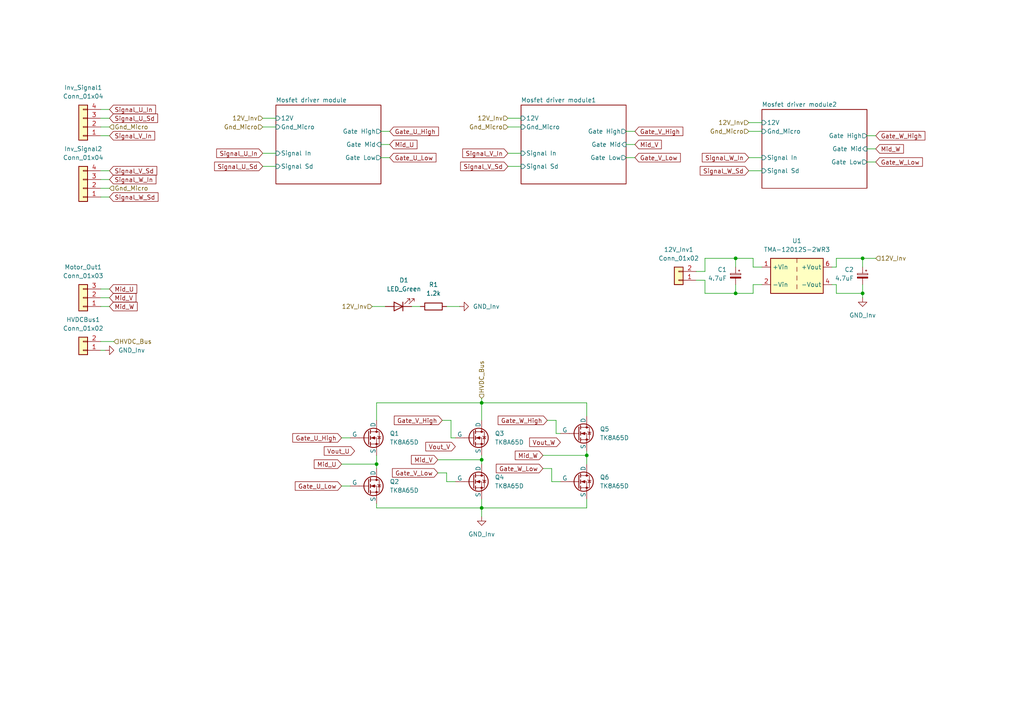
<source format=kicad_sch>
(kicad_sch
	(version 20250114)
	(generator "eeschema")
	(generator_version "9.0")
	(uuid "0960a4e7-8ba0-4bad-be70-2c428c6c41b2")
	(paper "A4")
	(lib_symbols
		(symbol "Connector_Generic:Conn_01x02"
			(pin_names
				(offset 1.016)
				(hide yes)
			)
			(exclude_from_sim no)
			(in_bom yes)
			(on_board yes)
			(property "Reference" "J"
				(at 0 2.54 0)
				(effects
					(font
						(size 1.27 1.27)
					)
				)
			)
			(property "Value" "Conn_01x02"
				(at 0 -5.08 0)
				(effects
					(font
						(size 1.27 1.27)
					)
				)
			)
			(property "Footprint" ""
				(at 0 0 0)
				(effects
					(font
						(size 1.27 1.27)
					)
					(hide yes)
				)
			)
			(property "Datasheet" "~"
				(at 0 0 0)
				(effects
					(font
						(size 1.27 1.27)
					)
					(hide yes)
				)
			)
			(property "Description" "Generic connector, single row, 01x02, script generated (kicad-library-utils/schlib/autogen/connector/)"
				(at 0 0 0)
				(effects
					(font
						(size 1.27 1.27)
					)
					(hide yes)
				)
			)
			(property "ki_keywords" "connector"
				(at 0 0 0)
				(effects
					(font
						(size 1.27 1.27)
					)
					(hide yes)
				)
			)
			(property "ki_fp_filters" "Connector*:*_1x??_*"
				(at 0 0 0)
				(effects
					(font
						(size 1.27 1.27)
					)
					(hide yes)
				)
			)
			(symbol "Conn_01x02_1_1"
				(rectangle
					(start -1.27 1.27)
					(end 1.27 -3.81)
					(stroke
						(width 0.254)
						(type default)
					)
					(fill
						(type background)
					)
				)
				(rectangle
					(start -1.27 0.127)
					(end 0 -0.127)
					(stroke
						(width 0.1524)
						(type default)
					)
					(fill
						(type none)
					)
				)
				(rectangle
					(start -1.27 -2.413)
					(end 0 -2.667)
					(stroke
						(width 0.1524)
						(type default)
					)
					(fill
						(type none)
					)
				)
				(pin passive line
					(at -5.08 0 0)
					(length 3.81)
					(name "Pin_1"
						(effects
							(font
								(size 1.27 1.27)
							)
						)
					)
					(number "1"
						(effects
							(font
								(size 1.27 1.27)
							)
						)
					)
				)
				(pin passive line
					(at -5.08 -2.54 0)
					(length 3.81)
					(name "Pin_2"
						(effects
							(font
								(size 1.27 1.27)
							)
						)
					)
					(number "2"
						(effects
							(font
								(size 1.27 1.27)
							)
						)
					)
				)
			)
			(embedded_fonts no)
		)
		(symbol "Connector_Generic:Conn_01x03"
			(pin_names
				(offset 1.016)
				(hide yes)
			)
			(exclude_from_sim no)
			(in_bom yes)
			(on_board yes)
			(property "Reference" "J"
				(at 0 5.08 0)
				(effects
					(font
						(size 1.27 1.27)
					)
				)
			)
			(property "Value" "Conn_01x03"
				(at 0 -5.08 0)
				(effects
					(font
						(size 1.27 1.27)
					)
				)
			)
			(property "Footprint" ""
				(at 0 0 0)
				(effects
					(font
						(size 1.27 1.27)
					)
					(hide yes)
				)
			)
			(property "Datasheet" "~"
				(at 0 0 0)
				(effects
					(font
						(size 1.27 1.27)
					)
					(hide yes)
				)
			)
			(property "Description" "Generic connector, single row, 01x03, script generated (kicad-library-utils/schlib/autogen/connector/)"
				(at 0 0 0)
				(effects
					(font
						(size 1.27 1.27)
					)
					(hide yes)
				)
			)
			(property "ki_keywords" "connector"
				(at 0 0 0)
				(effects
					(font
						(size 1.27 1.27)
					)
					(hide yes)
				)
			)
			(property "ki_fp_filters" "Connector*:*_1x??_*"
				(at 0 0 0)
				(effects
					(font
						(size 1.27 1.27)
					)
					(hide yes)
				)
			)
			(symbol "Conn_01x03_1_1"
				(rectangle
					(start -1.27 3.81)
					(end 1.27 -3.81)
					(stroke
						(width 0.254)
						(type default)
					)
					(fill
						(type background)
					)
				)
				(rectangle
					(start -1.27 2.667)
					(end 0 2.413)
					(stroke
						(width 0.1524)
						(type default)
					)
					(fill
						(type none)
					)
				)
				(rectangle
					(start -1.27 0.127)
					(end 0 -0.127)
					(stroke
						(width 0.1524)
						(type default)
					)
					(fill
						(type none)
					)
				)
				(rectangle
					(start -1.27 -2.413)
					(end 0 -2.667)
					(stroke
						(width 0.1524)
						(type default)
					)
					(fill
						(type none)
					)
				)
				(pin passive line
					(at -5.08 2.54 0)
					(length 3.81)
					(name "Pin_1"
						(effects
							(font
								(size 1.27 1.27)
							)
						)
					)
					(number "1"
						(effects
							(font
								(size 1.27 1.27)
							)
						)
					)
				)
				(pin passive line
					(at -5.08 0 0)
					(length 3.81)
					(name "Pin_2"
						(effects
							(font
								(size 1.27 1.27)
							)
						)
					)
					(number "2"
						(effects
							(font
								(size 1.27 1.27)
							)
						)
					)
				)
				(pin passive line
					(at -5.08 -2.54 0)
					(length 3.81)
					(name "Pin_3"
						(effects
							(font
								(size 1.27 1.27)
							)
						)
					)
					(number "3"
						(effects
							(font
								(size 1.27 1.27)
							)
						)
					)
				)
			)
			(embedded_fonts no)
		)
		(symbol "Connector_Generic:Conn_01x04"
			(pin_names
				(offset 1.016)
				(hide yes)
			)
			(exclude_from_sim no)
			(in_bom yes)
			(on_board yes)
			(property "Reference" "J"
				(at 0 5.08 0)
				(effects
					(font
						(size 1.27 1.27)
					)
				)
			)
			(property "Value" "Conn_01x04"
				(at 0 -7.62 0)
				(effects
					(font
						(size 1.27 1.27)
					)
				)
			)
			(property "Footprint" ""
				(at 0 0 0)
				(effects
					(font
						(size 1.27 1.27)
					)
					(hide yes)
				)
			)
			(property "Datasheet" "~"
				(at 0 0 0)
				(effects
					(font
						(size 1.27 1.27)
					)
					(hide yes)
				)
			)
			(property "Description" "Generic connector, single row, 01x04, script generated (kicad-library-utils/schlib/autogen/connector/)"
				(at 0 0 0)
				(effects
					(font
						(size 1.27 1.27)
					)
					(hide yes)
				)
			)
			(property "ki_keywords" "connector"
				(at 0 0 0)
				(effects
					(font
						(size 1.27 1.27)
					)
					(hide yes)
				)
			)
			(property "ki_fp_filters" "Connector*:*_1x??_*"
				(at 0 0 0)
				(effects
					(font
						(size 1.27 1.27)
					)
					(hide yes)
				)
			)
			(symbol "Conn_01x04_1_1"
				(rectangle
					(start -1.27 3.81)
					(end 1.27 -6.35)
					(stroke
						(width 0.254)
						(type default)
					)
					(fill
						(type background)
					)
				)
				(rectangle
					(start -1.27 2.667)
					(end 0 2.413)
					(stroke
						(width 0.1524)
						(type default)
					)
					(fill
						(type none)
					)
				)
				(rectangle
					(start -1.27 0.127)
					(end 0 -0.127)
					(stroke
						(width 0.1524)
						(type default)
					)
					(fill
						(type none)
					)
				)
				(rectangle
					(start -1.27 -2.413)
					(end 0 -2.667)
					(stroke
						(width 0.1524)
						(type default)
					)
					(fill
						(type none)
					)
				)
				(rectangle
					(start -1.27 -4.953)
					(end 0 -5.207)
					(stroke
						(width 0.1524)
						(type default)
					)
					(fill
						(type none)
					)
				)
				(pin passive line
					(at -5.08 2.54 0)
					(length 3.81)
					(name "Pin_1"
						(effects
							(font
								(size 1.27 1.27)
							)
						)
					)
					(number "1"
						(effects
							(font
								(size 1.27 1.27)
							)
						)
					)
				)
				(pin passive line
					(at -5.08 0 0)
					(length 3.81)
					(name "Pin_2"
						(effects
							(font
								(size 1.27 1.27)
							)
						)
					)
					(number "2"
						(effects
							(font
								(size 1.27 1.27)
							)
						)
					)
				)
				(pin passive line
					(at -5.08 -2.54 0)
					(length 3.81)
					(name "Pin_3"
						(effects
							(font
								(size 1.27 1.27)
							)
						)
					)
					(number "3"
						(effects
							(font
								(size 1.27 1.27)
							)
						)
					)
				)
				(pin passive line
					(at -5.08 -5.08 0)
					(length 3.81)
					(name "Pin_4"
						(effects
							(font
								(size 1.27 1.27)
							)
						)
					)
					(number "4"
						(effects
							(font
								(size 1.27 1.27)
							)
						)
					)
				)
			)
			(embedded_fonts no)
		)
		(symbol "Converter_DCDC:TMA-1205S"
			(exclude_from_sim no)
			(in_bom yes)
			(on_board yes)
			(property "Reference" "U"
				(at -6.35 6.35 0)
				(effects
					(font
						(size 1.27 1.27)
					)
				)
			)
			(property "Value" "TMA-1205S"
				(at 2.54 6.35 0)
				(effects
					(font
						(size 1.27 1.27)
					)
				)
			)
			(property "Footprint" "Converter_DCDC:Converter_DCDC_TRACO_TMA-05xxS_12xxS_Single_THT"
				(at 0 -8.89 0)
				(effects
					(font
						(size 1.27 1.27)
					)
					(hide yes)
				)
			)
			(property "Datasheet" "https://www.tracopower.com/products/tma.pdf"
				(at 0 -6.35 0)
				(effects
					(font
						(size 1.27 1.27)
					)
					(hide yes)
				)
			)
			(property "Description" "1W DC/DC converter unregulated, 10.8-13.2V input, 5V fixed output voltage, 200mA output, 1.0kVDC isolation, SIP-7"
				(at 0 0 0)
				(effects
					(font
						(size 1.27 1.27)
					)
					(hide yes)
				)
			)
			(property "ki_keywords" "Traco isolated isolation dc-dc converter not-regulated non-regulated single 1W"
				(at 0 0 0)
				(effects
					(font
						(size 1.27 1.27)
					)
					(hide yes)
				)
			)
			(property "ki_fp_filters" "Converter*DCDC*TRACO*TMA*12xx*Single*"
				(at 0 0 0)
				(effects
					(font
						(size 1.27 1.27)
					)
					(hide yes)
				)
			)
			(symbol "TMA-1205S_0_1"
				(rectangle
					(start -7.62 5.08)
					(end 7.62 -5.08)
					(stroke
						(width 0.254)
						(type default)
					)
					(fill
						(type background)
					)
				)
				(polyline
					(pts
						(xy 0 5.08) (xy 0 3.81)
					)
					(stroke
						(width 0)
						(type default)
					)
					(fill
						(type none)
					)
				)
				(polyline
					(pts
						(xy 0 2.54) (xy 0 1.27)
					)
					(stroke
						(width 0)
						(type default)
					)
					(fill
						(type none)
					)
				)
				(polyline
					(pts
						(xy 0 0) (xy 0 -1.27)
					)
					(stroke
						(width 0)
						(type default)
					)
					(fill
						(type none)
					)
				)
				(polyline
					(pts
						(xy 0 -2.54) (xy 0 -3.81)
					)
					(stroke
						(width 0)
						(type default)
					)
					(fill
						(type none)
					)
				)
			)
			(symbol "TMA-1205S_1_1"
				(pin power_in line
					(at -10.16 2.54 0)
					(length 2.54)
					(name "+Vin"
						(effects
							(font
								(size 1.27 1.27)
							)
						)
					)
					(number "1"
						(effects
							(font
								(size 1.27 1.27)
							)
						)
					)
				)
				(pin power_in line
					(at -10.16 -2.54 0)
					(length 2.54)
					(name "-Vin"
						(effects
							(font
								(size 1.27 1.27)
							)
						)
					)
					(number "2"
						(effects
							(font
								(size 1.27 1.27)
							)
						)
					)
				)
				(pin power_out line
					(at 10.16 2.54 180)
					(length 2.54)
					(name "+Vout"
						(effects
							(font
								(size 1.27 1.27)
							)
						)
					)
					(number "6"
						(effects
							(font
								(size 1.27 1.27)
							)
						)
					)
				)
				(pin power_out line
					(at 10.16 -2.54 180)
					(length 2.54)
					(name "-Vout"
						(effects
							(font
								(size 1.27 1.27)
							)
						)
					)
					(number "4"
						(effects
							(font
								(size 1.27 1.27)
							)
						)
					)
				)
			)
			(embedded_fonts no)
		)
		(symbol "Device:C_Polarized_Small"
			(pin_numbers
				(hide yes)
			)
			(pin_names
				(offset 0.254)
				(hide yes)
			)
			(exclude_from_sim no)
			(in_bom yes)
			(on_board yes)
			(property "Reference" "C"
				(at 0.254 1.778 0)
				(effects
					(font
						(size 1.27 1.27)
					)
					(justify left)
				)
			)
			(property "Value" "C_Polarized_Small"
				(at 0.254 -2.032 0)
				(effects
					(font
						(size 1.27 1.27)
					)
					(justify left)
				)
			)
			(property "Footprint" ""
				(at 0 0 0)
				(effects
					(font
						(size 1.27 1.27)
					)
					(hide yes)
				)
			)
			(property "Datasheet" "~"
				(at 0 0 0)
				(effects
					(font
						(size 1.27 1.27)
					)
					(hide yes)
				)
			)
			(property "Description" "Polarized capacitor, small symbol"
				(at 0 0 0)
				(effects
					(font
						(size 1.27 1.27)
					)
					(hide yes)
				)
			)
			(property "ki_keywords" "cap capacitor"
				(at 0 0 0)
				(effects
					(font
						(size 1.27 1.27)
					)
					(hide yes)
				)
			)
			(property "ki_fp_filters" "CP_*"
				(at 0 0 0)
				(effects
					(font
						(size 1.27 1.27)
					)
					(hide yes)
				)
			)
			(symbol "C_Polarized_Small_0_1"
				(rectangle
					(start -1.524 0.6858)
					(end 1.524 0.3048)
					(stroke
						(width 0)
						(type default)
					)
					(fill
						(type none)
					)
				)
				(rectangle
					(start -1.524 -0.3048)
					(end 1.524 -0.6858)
					(stroke
						(width 0)
						(type default)
					)
					(fill
						(type outline)
					)
				)
				(polyline
					(pts
						(xy -1.27 1.524) (xy -0.762 1.524)
					)
					(stroke
						(width 0)
						(type default)
					)
					(fill
						(type none)
					)
				)
				(polyline
					(pts
						(xy -1.016 1.27) (xy -1.016 1.778)
					)
					(stroke
						(width 0)
						(type default)
					)
					(fill
						(type none)
					)
				)
			)
			(symbol "C_Polarized_Small_1_1"
				(pin passive line
					(at 0 2.54 270)
					(length 1.8542)
					(name "~"
						(effects
							(font
								(size 1.27 1.27)
							)
						)
					)
					(number "1"
						(effects
							(font
								(size 1.27 1.27)
							)
						)
					)
				)
				(pin passive line
					(at 0 -2.54 90)
					(length 1.8542)
					(name "~"
						(effects
							(font
								(size 1.27 1.27)
							)
						)
					)
					(number "2"
						(effects
							(font
								(size 1.27 1.27)
							)
						)
					)
				)
			)
			(embedded_fonts no)
		)
		(symbol "Device:LED"
			(pin_numbers
				(hide yes)
			)
			(pin_names
				(offset 1.016)
				(hide yes)
			)
			(exclude_from_sim no)
			(in_bom yes)
			(on_board yes)
			(property "Reference" "D"
				(at 0 2.54 0)
				(effects
					(font
						(size 1.27 1.27)
					)
				)
			)
			(property "Value" "LED"
				(at 0 -2.54 0)
				(effects
					(font
						(size 1.27 1.27)
					)
				)
			)
			(property "Footprint" ""
				(at 0 0 0)
				(effects
					(font
						(size 1.27 1.27)
					)
					(hide yes)
				)
			)
			(property "Datasheet" "~"
				(at 0 0 0)
				(effects
					(font
						(size 1.27 1.27)
					)
					(hide yes)
				)
			)
			(property "Description" "Light emitting diode"
				(at 0 0 0)
				(effects
					(font
						(size 1.27 1.27)
					)
					(hide yes)
				)
			)
			(property "Sim.Pins" "1=K 2=A"
				(at 0 0 0)
				(effects
					(font
						(size 1.27 1.27)
					)
					(hide yes)
				)
			)
			(property "ki_keywords" "LED diode"
				(at 0 0 0)
				(effects
					(font
						(size 1.27 1.27)
					)
					(hide yes)
				)
			)
			(property "ki_fp_filters" "LED* LED_SMD:* LED_THT:*"
				(at 0 0 0)
				(effects
					(font
						(size 1.27 1.27)
					)
					(hide yes)
				)
			)
			(symbol "LED_0_1"
				(polyline
					(pts
						(xy -3.048 -0.762) (xy -4.572 -2.286) (xy -3.81 -2.286) (xy -4.572 -2.286) (xy -4.572 -1.524)
					)
					(stroke
						(width 0)
						(type default)
					)
					(fill
						(type none)
					)
				)
				(polyline
					(pts
						(xy -1.778 -0.762) (xy -3.302 -2.286) (xy -2.54 -2.286) (xy -3.302 -2.286) (xy -3.302 -1.524)
					)
					(stroke
						(width 0)
						(type default)
					)
					(fill
						(type none)
					)
				)
				(polyline
					(pts
						(xy -1.27 0) (xy 1.27 0)
					)
					(stroke
						(width 0)
						(type default)
					)
					(fill
						(type none)
					)
				)
				(polyline
					(pts
						(xy -1.27 -1.27) (xy -1.27 1.27)
					)
					(stroke
						(width 0.254)
						(type default)
					)
					(fill
						(type none)
					)
				)
				(polyline
					(pts
						(xy 1.27 -1.27) (xy 1.27 1.27) (xy -1.27 0) (xy 1.27 -1.27)
					)
					(stroke
						(width 0.254)
						(type default)
					)
					(fill
						(type none)
					)
				)
			)
			(symbol "LED_1_1"
				(pin passive line
					(at -3.81 0 0)
					(length 2.54)
					(name "K"
						(effects
							(font
								(size 1.27 1.27)
							)
						)
					)
					(number "1"
						(effects
							(font
								(size 1.27 1.27)
							)
						)
					)
				)
				(pin passive line
					(at 3.81 0 180)
					(length 2.54)
					(name "A"
						(effects
							(font
								(size 1.27 1.27)
							)
						)
					)
					(number "2"
						(effects
							(font
								(size 1.27 1.27)
							)
						)
					)
				)
			)
			(embedded_fonts no)
		)
		(symbol "Device:R"
			(pin_numbers
				(hide yes)
			)
			(pin_names
				(offset 0)
			)
			(exclude_from_sim no)
			(in_bom yes)
			(on_board yes)
			(property "Reference" "R"
				(at 2.032 0 90)
				(effects
					(font
						(size 1.27 1.27)
					)
				)
			)
			(property "Value" "R"
				(at 0 0 90)
				(effects
					(font
						(size 1.27 1.27)
					)
				)
			)
			(property "Footprint" ""
				(at -1.778 0 90)
				(effects
					(font
						(size 1.27 1.27)
					)
					(hide yes)
				)
			)
			(property "Datasheet" "~"
				(at 0 0 0)
				(effects
					(font
						(size 1.27 1.27)
					)
					(hide yes)
				)
			)
			(property "Description" "Resistor"
				(at 0 0 0)
				(effects
					(font
						(size 1.27 1.27)
					)
					(hide yes)
				)
			)
			(property "ki_keywords" "R res resistor"
				(at 0 0 0)
				(effects
					(font
						(size 1.27 1.27)
					)
					(hide yes)
				)
			)
			(property "ki_fp_filters" "R_*"
				(at 0 0 0)
				(effects
					(font
						(size 1.27 1.27)
					)
					(hide yes)
				)
			)
			(symbol "R_0_1"
				(rectangle
					(start -1.016 -2.54)
					(end 1.016 2.54)
					(stroke
						(width 0.254)
						(type default)
					)
					(fill
						(type none)
					)
				)
			)
			(symbol "R_1_1"
				(pin passive line
					(at 0 3.81 270)
					(length 1.27)
					(name "~"
						(effects
							(font
								(size 1.27 1.27)
							)
						)
					)
					(number "1"
						(effects
							(font
								(size 1.27 1.27)
							)
						)
					)
				)
				(pin passive line
					(at 0 -3.81 90)
					(length 1.27)
					(name "~"
						(effects
							(font
								(size 1.27 1.27)
							)
						)
					)
					(number "2"
						(effects
							(font
								(size 1.27 1.27)
							)
						)
					)
				)
			)
			(embedded_fonts no)
		)
		(symbol "NMOS_1"
			(pin_numbers
				(hide yes)
			)
			(pin_names
				(offset 0)
			)
			(exclude_from_sim no)
			(in_bom yes)
			(on_board yes)
			(property "Reference" "Q1"
				(at 6.35 1.2701 0)
				(effects
					(font
						(size 1.27 1.27)
					)
					(justify left)
				)
			)
			(property "Value" "TK8A65D"
				(at 6.35 -1.2699 0)
				(effects
					(font
						(size 1.27 1.27)
					)
					(justify left)
				)
			)
			(property "Footprint" "Package_TO_SOT_THT:TO-220-3_Horizontal_TabUp"
				(at 5.08 2.54 0)
				(effects
					(font
						(size 1.27 1.27)
					)
					(hide yes)
				)
			)
			(property "Datasheet" "https://ngspice.sourceforge.io/docs/ngspice-html-manual/manual.xhtml#cha_MOSFETs"
				(at 0 -12.7 0)
				(effects
					(font
						(size 1.27 1.27)
					)
					(hide yes)
				)
			)
			(property "Description" "N-MOSFET transistor, drain/source/gate"
				(at 0 0 0)
				(effects
					(font
						(size 1.27 1.27)
					)
					(hide yes)
				)
			)
			(property "Sim.Device" "NMOS"
				(at 0 -17.145 0)
				(effects
					(font
						(size 1.27 1.27)
					)
					(hide yes)
				)
			)
			(property "Sim.Type" "VDMOS"
				(at 0 -19.05 0)
				(effects
					(font
						(size 1.27 1.27)
					)
					(hide yes)
				)
			)
			(property "Sim.Pins" "1=D 2=G 3=S"
				(at 0 -15.24 0)
				(effects
					(font
						(size 1.27 1.27)
					)
					(hide yes)
				)
			)
			(property "ki_keywords" "transistor NMOS N-MOS N-MOSFET simulation"
				(at 0 0 0)
				(effects
					(font
						(size 1.27 1.27)
					)
					(hide yes)
				)
			)
			(symbol "NMOS_1_0_1"
				(polyline
					(pts
						(xy 0.254 1.905) (xy 0.254 -1.905)
					)
					(stroke
						(width 0.254)
						(type default)
					)
					(fill
						(type none)
					)
				)
				(polyline
					(pts
						(xy 0.254 0) (xy -2.54 0)
					)
					(stroke
						(width 0)
						(type default)
					)
					(fill
						(type none)
					)
				)
				(polyline
					(pts
						(xy 0.762 2.286) (xy 0.762 1.27)
					)
					(stroke
						(width 0.254)
						(type default)
					)
					(fill
						(type none)
					)
				)
				(polyline
					(pts
						(xy 0.762 0.508) (xy 0.762 -0.508)
					)
					(stroke
						(width 0.254)
						(type default)
					)
					(fill
						(type none)
					)
				)
				(polyline
					(pts
						(xy 0.762 -1.27) (xy 0.762 -2.286)
					)
					(stroke
						(width 0.254)
						(type default)
					)
					(fill
						(type none)
					)
				)
				(polyline
					(pts
						(xy 0.762 -1.778) (xy 3.302 -1.778) (xy 3.302 1.778) (xy 0.762 1.778)
					)
					(stroke
						(width 0)
						(type default)
					)
					(fill
						(type none)
					)
				)
				(polyline
					(pts
						(xy 1.016 0) (xy 2.032 0.381) (xy 2.032 -0.381) (xy 1.016 0)
					)
					(stroke
						(width 0)
						(type default)
					)
					(fill
						(type outline)
					)
				)
				(circle
					(center 1.651 0)
					(radius 2.794)
					(stroke
						(width 0.254)
						(type default)
					)
					(fill
						(type none)
					)
				)
				(polyline
					(pts
						(xy 2.54 2.54) (xy 2.54 1.778)
					)
					(stroke
						(width 0)
						(type default)
					)
					(fill
						(type none)
					)
				)
				(circle
					(center 2.54 1.778)
					(radius 0.254)
					(stroke
						(width 0)
						(type default)
					)
					(fill
						(type outline)
					)
				)
				(circle
					(center 2.54 -1.778)
					(radius 0.254)
					(stroke
						(width 0)
						(type default)
					)
					(fill
						(type outline)
					)
				)
				(polyline
					(pts
						(xy 2.54 -2.54) (xy 2.54 0) (xy 0.762 0)
					)
					(stroke
						(width 0)
						(type default)
					)
					(fill
						(type none)
					)
				)
				(polyline
					(pts
						(xy 2.794 0.508) (xy 2.921 0.381) (xy 3.683 0.381) (xy 3.81 0.254)
					)
					(stroke
						(width 0)
						(type default)
					)
					(fill
						(type none)
					)
				)
				(polyline
					(pts
						(xy 3.302 0.381) (xy 2.921 -0.254) (xy 3.683 -0.254) (xy 3.302 0.381)
					)
					(stroke
						(width 0)
						(type default)
					)
					(fill
						(type none)
					)
				)
			)
			(symbol "NMOS_1_1_1"
				(pin input line
					(at -5.08 0 0)
					(length 2.54)
					(name "G"
						(effects
							(font
								(size 1.27 1.27)
							)
						)
					)
					(number "1"
						(effects
							(font
								(size 1.27 1.27)
							)
						)
					)
				)
				(pin passive line
					(at 2.54 5.08 270)
					(length 2.54)
					(name "D"
						(effects
							(font
								(size 1.27 1.27)
							)
						)
					)
					(number "2"
						(effects
							(font
								(size 1.27 1.27)
							)
						)
					)
				)
				(pin passive line
					(at 2.54 -5.08 90)
					(length 2.54)
					(name "S"
						(effects
							(font
								(size 1.27 1.27)
							)
						)
					)
					(number "3"
						(effects
							(font
								(size 1.27 1.27)
							)
						)
					)
				)
			)
			(embedded_fonts no)
		)
		(symbol "NMOS_2"
			(pin_numbers
				(hide yes)
			)
			(pin_names
				(offset 0)
			)
			(exclude_from_sim no)
			(in_bom yes)
			(on_board yes)
			(property "Reference" "Q2"
				(at 6.35 1.2701 0)
				(effects
					(font
						(size 1.27 1.27)
					)
					(justify left)
				)
			)
			(property "Value" "TK8A65D"
				(at 6.35 -1.2699 0)
				(effects
					(font
						(size 1.27 1.27)
					)
					(justify left)
				)
			)
			(property "Footprint" "Package_TO_SOT_THT:TO-220-3_Horizontal_TabUp"
				(at 5.08 2.54 0)
				(effects
					(font
						(size 1.27 1.27)
					)
					(hide yes)
				)
			)
			(property "Datasheet" "https://ngspice.sourceforge.io/docs/ngspice-html-manual/manual.xhtml#cha_MOSFETs"
				(at 0 -12.7 0)
				(effects
					(font
						(size 1.27 1.27)
					)
					(hide yes)
				)
			)
			(property "Description" "N-MOSFET transistor, drain/source/gate"
				(at 0 0 0)
				(effects
					(font
						(size 1.27 1.27)
					)
					(hide yes)
				)
			)
			(property "Sim.Device" "NMOS"
				(at 0 -17.145 0)
				(effects
					(font
						(size 1.27 1.27)
					)
					(hide yes)
				)
			)
			(property "Sim.Type" "VDMOS"
				(at 0 -19.05 0)
				(effects
					(font
						(size 1.27 1.27)
					)
					(hide yes)
				)
			)
			(property "Sim.Pins" "1=D 2=G 3=S"
				(at 0 -15.24 0)
				(effects
					(font
						(size 1.27 1.27)
					)
					(hide yes)
				)
			)
			(property "ki_keywords" "transistor NMOS N-MOS N-MOSFET simulation"
				(at 0 0 0)
				(effects
					(font
						(size 1.27 1.27)
					)
					(hide yes)
				)
			)
			(symbol "NMOS_2_0_1"
				(polyline
					(pts
						(xy 0.254 1.905) (xy 0.254 -1.905)
					)
					(stroke
						(width 0.254)
						(type default)
					)
					(fill
						(type none)
					)
				)
				(polyline
					(pts
						(xy 0.254 0) (xy -2.54 0)
					)
					(stroke
						(width 0)
						(type default)
					)
					(fill
						(type none)
					)
				)
				(polyline
					(pts
						(xy 0.762 2.286) (xy 0.762 1.27)
					)
					(stroke
						(width 0.254)
						(type default)
					)
					(fill
						(type none)
					)
				)
				(polyline
					(pts
						(xy 0.762 0.508) (xy 0.762 -0.508)
					)
					(stroke
						(width 0.254)
						(type default)
					)
					(fill
						(type none)
					)
				)
				(polyline
					(pts
						(xy 0.762 -1.27) (xy 0.762 -2.286)
					)
					(stroke
						(width 0.254)
						(type default)
					)
					(fill
						(type none)
					)
				)
				(polyline
					(pts
						(xy 0.762 -1.778) (xy 3.302 -1.778) (xy 3.302 1.778) (xy 0.762 1.778)
					)
					(stroke
						(width 0)
						(type default)
					)
					(fill
						(type none)
					)
				)
				(polyline
					(pts
						(xy 1.016 0) (xy 2.032 0.381) (xy 2.032 -0.381) (xy 1.016 0)
					)
					(stroke
						(width 0)
						(type default)
					)
					(fill
						(type outline)
					)
				)
				(circle
					(center 1.651 0)
					(radius 2.794)
					(stroke
						(width 0.254)
						(type default)
					)
					(fill
						(type none)
					)
				)
				(polyline
					(pts
						(xy 2.54 2.54) (xy 2.54 1.778)
					)
					(stroke
						(width 0)
						(type default)
					)
					(fill
						(type none)
					)
				)
				(circle
					(center 2.54 1.778)
					(radius 0.254)
					(stroke
						(width 0)
						(type default)
					)
					(fill
						(type outline)
					)
				)
				(circle
					(center 2.54 -1.778)
					(radius 0.254)
					(stroke
						(width 0)
						(type default)
					)
					(fill
						(type outline)
					)
				)
				(polyline
					(pts
						(xy 2.54 -2.54) (xy 2.54 0) (xy 0.762 0)
					)
					(stroke
						(width 0)
						(type default)
					)
					(fill
						(type none)
					)
				)
				(polyline
					(pts
						(xy 2.794 0.508) (xy 2.921 0.381) (xy 3.683 0.381) (xy 3.81 0.254)
					)
					(stroke
						(width 0)
						(type default)
					)
					(fill
						(type none)
					)
				)
				(polyline
					(pts
						(xy 3.302 0.381) (xy 2.921 -0.254) (xy 3.683 -0.254) (xy 3.302 0.381)
					)
					(stroke
						(width 0)
						(type default)
					)
					(fill
						(type none)
					)
				)
			)
			(symbol "NMOS_2_1_1"
				(pin input line
					(at -5.08 0 0)
					(length 2.54)
					(name "G"
						(effects
							(font
								(size 1.27 1.27)
							)
						)
					)
					(number "1"
						(effects
							(font
								(size 1.27 1.27)
							)
						)
					)
				)
				(pin passive line
					(at 2.54 5.08 270)
					(length 2.54)
					(name "D"
						(effects
							(font
								(size 1.27 1.27)
							)
						)
					)
					(number "2"
						(effects
							(font
								(size 1.27 1.27)
							)
						)
					)
				)
				(pin passive line
					(at 2.54 -5.08 90)
					(length 2.54)
					(name "S"
						(effects
							(font
								(size 1.27 1.27)
							)
						)
					)
					(number "3"
						(effects
							(font
								(size 1.27 1.27)
							)
						)
					)
				)
			)
			(embedded_fonts no)
		)
		(symbol "NMOS_3"
			(pin_numbers
				(hide yes)
			)
			(pin_names
				(offset 0)
			)
			(exclude_from_sim no)
			(in_bom yes)
			(on_board yes)
			(property "Reference" "Q3"
				(at 6.35 1.2701 0)
				(effects
					(font
						(size 1.27 1.27)
					)
					(justify left)
				)
			)
			(property "Value" "TK8A65D"
				(at 6.35 -1.2699 0)
				(effects
					(font
						(size 1.27 1.27)
					)
					(justify left)
				)
			)
			(property "Footprint" "Package_TO_SOT_THT:TO-220-3_Horizontal_TabUp"
				(at 5.08 2.54 0)
				(effects
					(font
						(size 1.27 1.27)
					)
					(hide yes)
				)
			)
			(property "Datasheet" "https://ngspice.sourceforge.io/docs/ngspice-html-manual/manual.xhtml#cha_MOSFETs"
				(at 0 -12.7 0)
				(effects
					(font
						(size 1.27 1.27)
					)
					(hide yes)
				)
			)
			(property "Description" "N-MOSFET transistor, drain/source/gate"
				(at 0 0 0)
				(effects
					(font
						(size 1.27 1.27)
					)
					(hide yes)
				)
			)
			(property "Sim.Device" "NMOS"
				(at 0 -17.145 0)
				(effects
					(font
						(size 1.27 1.27)
					)
					(hide yes)
				)
			)
			(property "Sim.Type" "VDMOS"
				(at 0 -19.05 0)
				(effects
					(font
						(size 1.27 1.27)
					)
					(hide yes)
				)
			)
			(property "Sim.Pins" "1=D 2=G 3=S"
				(at 0 -15.24 0)
				(effects
					(font
						(size 1.27 1.27)
					)
					(hide yes)
				)
			)
			(property "ki_keywords" "transistor NMOS N-MOS N-MOSFET simulation"
				(at 0 0 0)
				(effects
					(font
						(size 1.27 1.27)
					)
					(hide yes)
				)
			)
			(symbol "NMOS_3_0_1"
				(polyline
					(pts
						(xy 0.254 1.905) (xy 0.254 -1.905)
					)
					(stroke
						(width 0.254)
						(type default)
					)
					(fill
						(type none)
					)
				)
				(polyline
					(pts
						(xy 0.254 0) (xy -2.54 0)
					)
					(stroke
						(width 0)
						(type default)
					)
					(fill
						(type none)
					)
				)
				(polyline
					(pts
						(xy 0.762 2.286) (xy 0.762 1.27)
					)
					(stroke
						(width 0.254)
						(type default)
					)
					(fill
						(type none)
					)
				)
				(polyline
					(pts
						(xy 0.762 0.508) (xy 0.762 -0.508)
					)
					(stroke
						(width 0.254)
						(type default)
					)
					(fill
						(type none)
					)
				)
				(polyline
					(pts
						(xy 0.762 -1.27) (xy 0.762 -2.286)
					)
					(stroke
						(width 0.254)
						(type default)
					)
					(fill
						(type none)
					)
				)
				(polyline
					(pts
						(xy 0.762 -1.778) (xy 3.302 -1.778) (xy 3.302 1.778) (xy 0.762 1.778)
					)
					(stroke
						(width 0)
						(type default)
					)
					(fill
						(type none)
					)
				)
				(polyline
					(pts
						(xy 1.016 0) (xy 2.032 0.381) (xy 2.032 -0.381) (xy 1.016 0)
					)
					(stroke
						(width 0)
						(type default)
					)
					(fill
						(type outline)
					)
				)
				(circle
					(center 1.651 0)
					(radius 2.794)
					(stroke
						(width 0.254)
						(type default)
					)
					(fill
						(type none)
					)
				)
				(polyline
					(pts
						(xy 2.54 2.54) (xy 2.54 1.778)
					)
					(stroke
						(width 0)
						(type default)
					)
					(fill
						(type none)
					)
				)
				(circle
					(center 2.54 1.778)
					(radius 0.254)
					(stroke
						(width 0)
						(type default)
					)
					(fill
						(type outline)
					)
				)
				(circle
					(center 2.54 -1.778)
					(radius 0.254)
					(stroke
						(width 0)
						(type default)
					)
					(fill
						(type outline)
					)
				)
				(polyline
					(pts
						(xy 2.54 -2.54) (xy 2.54 0) (xy 0.762 0)
					)
					(stroke
						(width 0)
						(type default)
					)
					(fill
						(type none)
					)
				)
				(polyline
					(pts
						(xy 2.794 0.508) (xy 2.921 0.381) (xy 3.683 0.381) (xy 3.81 0.254)
					)
					(stroke
						(width 0)
						(type default)
					)
					(fill
						(type none)
					)
				)
				(polyline
					(pts
						(xy 3.302 0.381) (xy 2.921 -0.254) (xy 3.683 -0.254) (xy 3.302 0.381)
					)
					(stroke
						(width 0)
						(type default)
					)
					(fill
						(type none)
					)
				)
			)
			(symbol "NMOS_3_1_1"
				(pin input line
					(at -5.08 0 0)
					(length 2.54)
					(name "G"
						(effects
							(font
								(size 1.27 1.27)
							)
						)
					)
					(number "1"
						(effects
							(font
								(size 1.27 1.27)
							)
						)
					)
				)
				(pin passive line
					(at 2.54 5.08 270)
					(length 2.54)
					(name "D"
						(effects
							(font
								(size 1.27 1.27)
							)
						)
					)
					(number "2"
						(effects
							(font
								(size 1.27 1.27)
							)
						)
					)
				)
				(pin passive line
					(at 2.54 -5.08 90)
					(length 2.54)
					(name "S"
						(effects
							(font
								(size 1.27 1.27)
							)
						)
					)
					(number "3"
						(effects
							(font
								(size 1.27 1.27)
							)
						)
					)
				)
			)
			(embedded_fonts no)
		)
		(symbol "NMOS_4"
			(pin_numbers
				(hide yes)
			)
			(pin_names
				(offset 0)
			)
			(exclude_from_sim no)
			(in_bom yes)
			(on_board yes)
			(property "Reference" "Q4"
				(at 6.35 1.2701 0)
				(effects
					(font
						(size 1.27 1.27)
					)
					(justify left)
				)
			)
			(property "Value" "TK8A65D"
				(at 6.35 -1.2699 0)
				(effects
					(font
						(size 1.27 1.27)
					)
					(justify left)
				)
			)
			(property "Footprint" "Package_TO_SOT_THT:TO-220-3_Horizontal_TabUp"
				(at 5.08 2.54 0)
				(effects
					(font
						(size 1.27 1.27)
					)
					(hide yes)
				)
			)
			(property "Datasheet" "https://ngspice.sourceforge.io/docs/ngspice-html-manual/manual.xhtml#cha_MOSFETs"
				(at 0 -12.7 0)
				(effects
					(font
						(size 1.27 1.27)
					)
					(hide yes)
				)
			)
			(property "Description" "N-MOSFET transistor, drain/source/gate"
				(at 0 0 0)
				(effects
					(font
						(size 1.27 1.27)
					)
					(hide yes)
				)
			)
			(property "Sim.Device" "NMOS"
				(at 0 -17.145 0)
				(effects
					(font
						(size 1.27 1.27)
					)
					(hide yes)
				)
			)
			(property "Sim.Type" "VDMOS"
				(at 0 -19.05 0)
				(effects
					(font
						(size 1.27 1.27)
					)
					(hide yes)
				)
			)
			(property "Sim.Pins" "1=D 2=G 3=S"
				(at 0 -15.24 0)
				(effects
					(font
						(size 1.27 1.27)
					)
					(hide yes)
				)
			)
			(property "ki_keywords" "transistor NMOS N-MOS N-MOSFET simulation"
				(at 0 0 0)
				(effects
					(font
						(size 1.27 1.27)
					)
					(hide yes)
				)
			)
			(symbol "NMOS_4_0_1"
				(polyline
					(pts
						(xy 0.254 1.905) (xy 0.254 -1.905)
					)
					(stroke
						(width 0.254)
						(type default)
					)
					(fill
						(type none)
					)
				)
				(polyline
					(pts
						(xy 0.254 0) (xy -2.54 0)
					)
					(stroke
						(width 0)
						(type default)
					)
					(fill
						(type none)
					)
				)
				(polyline
					(pts
						(xy 0.762 2.286) (xy 0.762 1.27)
					)
					(stroke
						(width 0.254)
						(type default)
					)
					(fill
						(type none)
					)
				)
				(polyline
					(pts
						(xy 0.762 0.508) (xy 0.762 -0.508)
					)
					(stroke
						(width 0.254)
						(type default)
					)
					(fill
						(type none)
					)
				)
				(polyline
					(pts
						(xy 0.762 -1.27) (xy 0.762 -2.286)
					)
					(stroke
						(width 0.254)
						(type default)
					)
					(fill
						(type none)
					)
				)
				(polyline
					(pts
						(xy 0.762 -1.778) (xy 3.302 -1.778) (xy 3.302 1.778) (xy 0.762 1.778)
					)
					(stroke
						(width 0)
						(type default)
					)
					(fill
						(type none)
					)
				)
				(polyline
					(pts
						(xy 1.016 0) (xy 2.032 0.381) (xy 2.032 -0.381) (xy 1.016 0)
					)
					(stroke
						(width 0)
						(type default)
					)
					(fill
						(type outline)
					)
				)
				(circle
					(center 1.651 0)
					(radius 2.794)
					(stroke
						(width 0.254)
						(type default)
					)
					(fill
						(type none)
					)
				)
				(polyline
					(pts
						(xy 2.54 2.54) (xy 2.54 1.778)
					)
					(stroke
						(width 0)
						(type default)
					)
					(fill
						(type none)
					)
				)
				(circle
					(center 2.54 1.778)
					(radius 0.254)
					(stroke
						(width 0)
						(type default)
					)
					(fill
						(type outline)
					)
				)
				(circle
					(center 2.54 -1.778)
					(radius 0.254)
					(stroke
						(width 0)
						(type default)
					)
					(fill
						(type outline)
					)
				)
				(polyline
					(pts
						(xy 2.54 -2.54) (xy 2.54 0) (xy 0.762 0)
					)
					(stroke
						(width 0)
						(type default)
					)
					(fill
						(type none)
					)
				)
				(polyline
					(pts
						(xy 2.794 0.508) (xy 2.921 0.381) (xy 3.683 0.381) (xy 3.81 0.254)
					)
					(stroke
						(width 0)
						(type default)
					)
					(fill
						(type none)
					)
				)
				(polyline
					(pts
						(xy 3.302 0.381) (xy 2.921 -0.254) (xy 3.683 -0.254) (xy 3.302 0.381)
					)
					(stroke
						(width 0)
						(type default)
					)
					(fill
						(type none)
					)
				)
			)
			(symbol "NMOS_4_1_1"
				(pin input line
					(at -5.08 0 0)
					(length 2.54)
					(name "G"
						(effects
							(font
								(size 1.27 1.27)
							)
						)
					)
					(number "1"
						(effects
							(font
								(size 1.27 1.27)
							)
						)
					)
				)
				(pin passive line
					(at 2.54 5.08 270)
					(length 2.54)
					(name "D"
						(effects
							(font
								(size 1.27 1.27)
							)
						)
					)
					(number "2"
						(effects
							(font
								(size 1.27 1.27)
							)
						)
					)
				)
				(pin passive line
					(at 2.54 -5.08 90)
					(length 2.54)
					(name "S"
						(effects
							(font
								(size 1.27 1.27)
							)
						)
					)
					(number "3"
						(effects
							(font
								(size 1.27 1.27)
							)
						)
					)
				)
			)
			(embedded_fonts no)
		)
		(symbol "NMOS_5"
			(pin_numbers
				(hide yes)
			)
			(pin_names
				(offset 0)
			)
			(exclude_from_sim no)
			(in_bom yes)
			(on_board yes)
			(property "Reference" "Q5"
				(at 6.35 1.2701 0)
				(effects
					(font
						(size 1.27 1.27)
					)
					(justify left)
				)
			)
			(property "Value" "TK8A65D"
				(at 6.35 -1.2699 0)
				(effects
					(font
						(size 1.27 1.27)
					)
					(justify left)
				)
			)
			(property "Footprint" "Package_TO_SOT_THT:TO-220-3_Horizontal_TabUp"
				(at 5.08 2.54 0)
				(effects
					(font
						(size 1.27 1.27)
					)
					(hide yes)
				)
			)
			(property "Datasheet" "https://ngspice.sourceforge.io/docs/ngspice-html-manual/manual.xhtml#cha_MOSFETs"
				(at 0 -12.7 0)
				(effects
					(font
						(size 1.27 1.27)
					)
					(hide yes)
				)
			)
			(property "Description" "N-MOSFET transistor, drain/source/gate"
				(at 0 0 0)
				(effects
					(font
						(size 1.27 1.27)
					)
					(hide yes)
				)
			)
			(property "Sim.Device" "NMOS"
				(at 0 -17.145 0)
				(effects
					(font
						(size 1.27 1.27)
					)
					(hide yes)
				)
			)
			(property "Sim.Type" "VDMOS"
				(at 0 -19.05 0)
				(effects
					(font
						(size 1.27 1.27)
					)
					(hide yes)
				)
			)
			(property "Sim.Pins" "1=D 2=G 3=S"
				(at 0 -15.24 0)
				(effects
					(font
						(size 1.27 1.27)
					)
					(hide yes)
				)
			)
			(property "ki_keywords" "transistor NMOS N-MOS N-MOSFET simulation"
				(at 0 0 0)
				(effects
					(font
						(size 1.27 1.27)
					)
					(hide yes)
				)
			)
			(symbol "NMOS_5_0_1"
				(polyline
					(pts
						(xy 0.254 1.905) (xy 0.254 -1.905)
					)
					(stroke
						(width 0.254)
						(type default)
					)
					(fill
						(type none)
					)
				)
				(polyline
					(pts
						(xy 0.254 0) (xy -2.54 0)
					)
					(stroke
						(width 0)
						(type default)
					)
					(fill
						(type none)
					)
				)
				(polyline
					(pts
						(xy 0.762 2.286) (xy 0.762 1.27)
					)
					(stroke
						(width 0.254)
						(type default)
					)
					(fill
						(type none)
					)
				)
				(polyline
					(pts
						(xy 0.762 0.508) (xy 0.762 -0.508)
					)
					(stroke
						(width 0.254)
						(type default)
					)
					(fill
						(type none)
					)
				)
				(polyline
					(pts
						(xy 0.762 -1.27) (xy 0.762 -2.286)
					)
					(stroke
						(width 0.254)
						(type default)
					)
					(fill
						(type none)
					)
				)
				(polyline
					(pts
						(xy 0.762 -1.778) (xy 3.302 -1.778) (xy 3.302 1.778) (xy 0.762 1.778)
					)
					(stroke
						(width 0)
						(type default)
					)
					(fill
						(type none)
					)
				)
				(polyline
					(pts
						(xy 1.016 0) (xy 2.032 0.381) (xy 2.032 -0.381) (xy 1.016 0)
					)
					(stroke
						(width 0)
						(type default)
					)
					(fill
						(type outline)
					)
				)
				(circle
					(center 1.651 0)
					(radius 2.794)
					(stroke
						(width 0.254)
						(type default)
					)
					(fill
						(type none)
					)
				)
				(polyline
					(pts
						(xy 2.54 2.54) (xy 2.54 1.778)
					)
					(stroke
						(width 0)
						(type default)
					)
					(fill
						(type none)
					)
				)
				(circle
					(center 2.54 1.778)
					(radius 0.254)
					(stroke
						(width 0)
						(type default)
					)
					(fill
						(type outline)
					)
				)
				(circle
					(center 2.54 -1.778)
					(radius 0.254)
					(stroke
						(width 0)
						(type default)
					)
					(fill
						(type outline)
					)
				)
				(polyline
					(pts
						(xy 2.54 -2.54) (xy 2.54 0) (xy 0.762 0)
					)
					(stroke
						(width 0)
						(type default)
					)
					(fill
						(type none)
					)
				)
				(polyline
					(pts
						(xy 2.794 0.508) (xy 2.921 0.381) (xy 3.683 0.381) (xy 3.81 0.254)
					)
					(stroke
						(width 0)
						(type default)
					)
					(fill
						(type none)
					)
				)
				(polyline
					(pts
						(xy 3.302 0.381) (xy 2.921 -0.254) (xy 3.683 -0.254) (xy 3.302 0.381)
					)
					(stroke
						(width 0)
						(type default)
					)
					(fill
						(type none)
					)
				)
			)
			(symbol "NMOS_5_1_1"
				(pin input line
					(at -5.08 0 0)
					(length 2.54)
					(name "G"
						(effects
							(font
								(size 1.27 1.27)
							)
						)
					)
					(number "1"
						(effects
							(font
								(size 1.27 1.27)
							)
						)
					)
				)
				(pin passive line
					(at 2.54 5.08 270)
					(length 2.54)
					(name "D"
						(effects
							(font
								(size 1.27 1.27)
							)
						)
					)
					(number "2"
						(effects
							(font
								(size 1.27 1.27)
							)
						)
					)
				)
				(pin passive line
					(at 2.54 -5.08 90)
					(length 2.54)
					(name "S"
						(effects
							(font
								(size 1.27 1.27)
							)
						)
					)
					(number "3"
						(effects
							(font
								(size 1.27 1.27)
							)
						)
					)
				)
			)
			(embedded_fonts no)
		)
		(symbol "Simulation_SPICE:NMOS"
			(pin_numbers
				(hide yes)
			)
			(pin_names
				(offset 0)
			)
			(exclude_from_sim no)
			(in_bom yes)
			(on_board yes)
			(property "Reference" "Q6"
				(at 6.35 1.2701 0)
				(effects
					(font
						(size 1.27 1.27)
					)
					(justify left)
				)
			)
			(property "Value" "TK8A65D"
				(at 6.35 -1.2699 0)
				(effects
					(font
						(size 1.27 1.27)
					)
					(justify left)
				)
			)
			(property "Footprint" "Package_TO_SOT_THT:TO-220-3_Horizontal_TabUp"
				(at 5.08 2.54 0)
				(effects
					(font
						(size 1.27 1.27)
					)
					(hide yes)
				)
			)
			(property "Datasheet" "https://ngspice.sourceforge.io/docs/ngspice-html-manual/manual.xhtml#cha_MOSFETs"
				(at 0 -12.7 0)
				(effects
					(font
						(size 1.27 1.27)
					)
					(hide yes)
				)
			)
			(property "Description" "N-MOSFET transistor, drain/source/gate"
				(at 0 0 0)
				(effects
					(font
						(size 1.27 1.27)
					)
					(hide yes)
				)
			)
			(property "Sim.Device" "NMOS"
				(at 0 -17.145 0)
				(effects
					(font
						(size 1.27 1.27)
					)
					(hide yes)
				)
			)
			(property "Sim.Type" "VDMOS"
				(at 0 -19.05 0)
				(effects
					(font
						(size 1.27 1.27)
					)
					(hide yes)
				)
			)
			(property "Sim.Pins" "1=D 2=G 3=S"
				(at 0 -15.24 0)
				(effects
					(font
						(size 1.27 1.27)
					)
					(hide yes)
				)
			)
			(property "ki_keywords" "transistor NMOS N-MOS N-MOSFET simulation"
				(at 0 0 0)
				(effects
					(font
						(size 1.27 1.27)
					)
					(hide yes)
				)
			)
			(symbol "NMOS_0_1"
				(polyline
					(pts
						(xy 0.254 1.905) (xy 0.254 -1.905)
					)
					(stroke
						(width 0.254)
						(type default)
					)
					(fill
						(type none)
					)
				)
				(polyline
					(pts
						(xy 0.254 0) (xy -2.54 0)
					)
					(stroke
						(width 0)
						(type default)
					)
					(fill
						(type none)
					)
				)
				(polyline
					(pts
						(xy 0.762 2.286) (xy 0.762 1.27)
					)
					(stroke
						(width 0.254)
						(type default)
					)
					(fill
						(type none)
					)
				)
				(polyline
					(pts
						(xy 0.762 0.508) (xy 0.762 -0.508)
					)
					(stroke
						(width 0.254)
						(type default)
					)
					(fill
						(type none)
					)
				)
				(polyline
					(pts
						(xy 0.762 -1.27) (xy 0.762 -2.286)
					)
					(stroke
						(width 0.254)
						(type default)
					)
					(fill
						(type none)
					)
				)
				(polyline
					(pts
						(xy 0.762 -1.778) (xy 3.302 -1.778) (xy 3.302 1.778) (xy 0.762 1.778)
					)
					(stroke
						(width 0)
						(type default)
					)
					(fill
						(type none)
					)
				)
				(polyline
					(pts
						(xy 1.016 0) (xy 2.032 0.381) (xy 2.032 -0.381) (xy 1.016 0)
					)
					(stroke
						(width 0)
						(type default)
					)
					(fill
						(type outline)
					)
				)
				(circle
					(center 1.651 0)
					(radius 2.794)
					(stroke
						(width 0.254)
						(type default)
					)
					(fill
						(type none)
					)
				)
				(polyline
					(pts
						(xy 2.54 2.54) (xy 2.54 1.778)
					)
					(stroke
						(width 0)
						(type default)
					)
					(fill
						(type none)
					)
				)
				(circle
					(center 2.54 1.778)
					(radius 0.254)
					(stroke
						(width 0)
						(type default)
					)
					(fill
						(type outline)
					)
				)
				(circle
					(center 2.54 -1.778)
					(radius 0.254)
					(stroke
						(width 0)
						(type default)
					)
					(fill
						(type outline)
					)
				)
				(polyline
					(pts
						(xy 2.54 -2.54) (xy 2.54 0) (xy 0.762 0)
					)
					(stroke
						(width 0)
						(type default)
					)
					(fill
						(type none)
					)
				)
				(polyline
					(pts
						(xy 2.794 0.508) (xy 2.921 0.381) (xy 3.683 0.381) (xy 3.81 0.254)
					)
					(stroke
						(width 0)
						(type default)
					)
					(fill
						(type none)
					)
				)
				(polyline
					(pts
						(xy 3.302 0.381) (xy 2.921 -0.254) (xy 3.683 -0.254) (xy 3.302 0.381)
					)
					(stroke
						(width 0)
						(type default)
					)
					(fill
						(type none)
					)
				)
			)
			(symbol "NMOS_1_1"
				(pin input line
					(at -5.08 0 0)
					(length 2.54)
					(name "G"
						(effects
							(font
								(size 1.27 1.27)
							)
						)
					)
					(number "1"
						(effects
							(font
								(size 1.27 1.27)
							)
						)
					)
				)
				(pin passive line
					(at 2.54 5.08 270)
					(length 2.54)
					(name "D"
						(effects
							(font
								(size 1.27 1.27)
							)
						)
					)
					(number "2"
						(effects
							(font
								(size 1.27 1.27)
							)
						)
					)
				)
				(pin passive line
					(at 2.54 -5.08 90)
					(length 2.54)
					(name "S"
						(effects
							(font
								(size 1.27 1.27)
							)
						)
					)
					(number "3"
						(effects
							(font
								(size 1.27 1.27)
							)
						)
					)
				)
			)
			(embedded_fonts no)
		)
		(symbol "power:GND"
			(power)
			(pin_numbers
				(hide yes)
			)
			(pin_names
				(offset 0)
				(hide yes)
			)
			(exclude_from_sim no)
			(in_bom yes)
			(on_board yes)
			(property "Reference" "#PWR"
				(at 0 -6.35 0)
				(effects
					(font
						(size 1.27 1.27)
					)
					(hide yes)
				)
			)
			(property "Value" "GND"
				(at 0 -3.81 0)
				(effects
					(font
						(size 1.27 1.27)
					)
				)
			)
			(property "Footprint" ""
				(at 0 0 0)
				(effects
					(font
						(size 1.27 1.27)
					)
					(hide yes)
				)
			)
			(property "Datasheet" ""
				(at 0 0 0)
				(effects
					(font
						(size 1.27 1.27)
					)
					(hide yes)
				)
			)
			(property "Description" "Power symbol creates a global label with name \"GND\" , ground"
				(at 0 0 0)
				(effects
					(font
						(size 1.27 1.27)
					)
					(hide yes)
				)
			)
			(property "ki_keywords" "global power"
				(at 0 0 0)
				(effects
					(font
						(size 1.27 1.27)
					)
					(hide yes)
				)
			)
			(symbol "GND_0_1"
				(polyline
					(pts
						(xy 0 0) (xy 0 -1.27) (xy 1.27 -1.27) (xy 0 -2.54) (xy -1.27 -1.27) (xy 0 -1.27)
					)
					(stroke
						(width 0)
						(type default)
					)
					(fill
						(type none)
					)
				)
			)
			(symbol "GND_1_1"
				(pin power_in line
					(at 0 0 270)
					(length 0)
					(name "~"
						(effects
							(font
								(size 1.27 1.27)
							)
						)
					)
					(number "1"
						(effects
							(font
								(size 1.27 1.27)
							)
						)
					)
				)
			)
			(embedded_fonts no)
		)
	)
	(junction
		(at 250.19 85.09)
		(diameter 0)
		(color 0 0 0 0)
		(uuid "006d252f-c537-4af3-a56c-6f667bbfb297")
	)
	(junction
		(at 213.36 74.93)
		(diameter 0)
		(color 0 0 0 0)
		(uuid "02493e53-52cd-474d-85dd-d384f8f404bb")
	)
	(junction
		(at 109.22 134.62)
		(diameter 0)
		(color 0 0 0 0)
		(uuid "206c6766-4702-4a4b-a88e-d10c88903ae1")
	)
	(junction
		(at 139.7 147.32)
		(diameter 0)
		(color 0 0 0 0)
		(uuid "4f6d0866-0200-4f10-9af3-72c2759dce2a")
	)
	(junction
		(at 170.18 132.08)
		(diameter 0)
		(color 0 0 0 0)
		(uuid "52584fe8-c269-4606-91af-7849421bdcec")
	)
	(junction
		(at 213.36 85.09)
		(diameter 0)
		(color 0 0 0 0)
		(uuid "8d8f3fb9-f02b-4c52-8a22-65739e8260f9")
	)
	(junction
		(at 139.7 133.35)
		(diameter 0)
		(color 0 0 0 0)
		(uuid "c2816968-e38f-4313-9b1f-a8eaf2887a14")
	)
	(junction
		(at 139.7 116.84)
		(diameter 0)
		(color 0 0 0 0)
		(uuid "c2c9c24c-bd0f-4335-a28c-377f8919b2d2")
	)
	(junction
		(at 250.19 74.93)
		(diameter 0)
		(color 0 0 0 0)
		(uuid "ef7a28e7-5c93-4462-ba92-fba2995d55f6")
	)
	(wire
		(pts
			(xy 242.57 77.47) (xy 242.57 74.93)
		)
		(stroke
			(width 0)
			(type default)
		)
		(uuid "0387a578-57bf-4a29-a42d-1ce19f5cbcdf")
	)
	(wire
		(pts
			(xy 250.19 74.93) (xy 250.19 77.47)
		)
		(stroke
			(width 0)
			(type default)
		)
		(uuid "05709ecb-3175-4e77-83f0-d3990595b425")
	)
	(wire
		(pts
			(xy 76.2 34.29) (xy 80.01 34.29)
		)
		(stroke
			(width 0)
			(type default)
		)
		(uuid "0674f33b-acc2-4df5-9845-ac629bbb6223")
	)
	(wire
		(pts
			(xy 201.93 78.74) (xy 204.47 78.74)
		)
		(stroke
			(width 0)
			(type default)
		)
		(uuid "0778b59a-abfc-44b7-bf83-25dd78d7433f")
	)
	(wire
		(pts
			(xy 113.03 45.72) (xy 110.49 45.72)
		)
		(stroke
			(width 0)
			(type default)
		)
		(uuid "091fb16e-4f52-457b-8b96-795c57393c54")
	)
	(wire
		(pts
			(xy 218.44 74.93) (xy 218.44 77.47)
		)
		(stroke
			(width 0)
			(type default)
		)
		(uuid "0c9bf9fa-c2fb-409a-bdd3-fce9725678d1")
	)
	(wire
		(pts
			(xy 31.75 83.82) (xy 29.21 83.82)
		)
		(stroke
			(width 0)
			(type default)
		)
		(uuid "10838f69-a0c8-491a-bbf6-387b298632f5")
	)
	(wire
		(pts
			(xy 147.32 36.83) (xy 151.13 36.83)
		)
		(stroke
			(width 0)
			(type default)
		)
		(uuid "17bc1696-ca6b-40b6-9648-abee801d5137")
	)
	(wire
		(pts
			(xy 113.03 41.91) (xy 110.49 41.91)
		)
		(stroke
			(width 0)
			(type default)
		)
		(uuid "17f7ceda-d162-4a84-96c4-be335b0c3b60")
	)
	(wire
		(pts
			(xy 204.47 85.09) (xy 213.36 85.09)
		)
		(stroke
			(width 0)
			(type default)
		)
		(uuid "1b11af8c-f248-4787-af8c-8e50c515a09b")
	)
	(wire
		(pts
			(xy 29.21 36.83) (xy 31.75 36.83)
		)
		(stroke
			(width 0)
			(type default)
		)
		(uuid "1b3c5885-60d5-49d6-b8f8-5139185f2ab4")
	)
	(wire
		(pts
			(xy 170.18 130.81) (xy 170.18 132.08)
		)
		(stroke
			(width 0)
			(type default)
		)
		(uuid "1e459414-94c4-43e4-b953-ee9d452bb377")
	)
	(wire
		(pts
			(xy 250.19 74.93) (xy 254 74.93)
		)
		(stroke
			(width 0)
			(type default)
		)
		(uuid "1f7d2516-7417-4409-bb25-1ac5cafb78dd")
	)
	(wire
		(pts
			(xy 184.15 41.91) (xy 181.61 41.91)
		)
		(stroke
			(width 0)
			(type default)
		)
		(uuid "21cc3eee-aaa6-47d9-9d61-5daea1986073")
	)
	(wire
		(pts
			(xy 160.02 139.7) (xy 162.56 139.7)
		)
		(stroke
			(width 0)
			(type default)
		)
		(uuid "221c9380-c4e9-4ad1-a962-564e0bdc46d8")
	)
	(wire
		(pts
			(xy 31.75 49.53) (xy 29.21 49.53)
		)
		(stroke
			(width 0)
			(type default)
		)
		(uuid "22c0e034-f3ed-4ccc-bfb9-e8ec845e0f74")
	)
	(wire
		(pts
			(xy 139.7 133.35) (xy 139.7 134.62)
		)
		(stroke
			(width 0)
			(type default)
		)
		(uuid "2660804e-3c39-47b1-948d-2a3b102fe9d6")
	)
	(wire
		(pts
			(xy 218.44 82.55) (xy 220.98 82.55)
		)
		(stroke
			(width 0)
			(type default)
		)
		(uuid "26f7f5c0-e4b0-402a-98a0-aeb6dc463e58")
	)
	(wire
		(pts
			(xy 139.7 149.86) (xy 139.7 147.32)
		)
		(stroke
			(width 0)
			(type default)
		)
		(uuid "287000f7-d76e-4b38-8a21-de75dfd9b6d0")
	)
	(wire
		(pts
			(xy 242.57 77.47) (xy 241.3 77.47)
		)
		(stroke
			(width 0)
			(type default)
		)
		(uuid "2cf918d0-49c9-4484-929e-bb21200db8ef")
	)
	(wire
		(pts
			(xy 213.36 74.93) (xy 213.36 77.47)
		)
		(stroke
			(width 0)
			(type default)
		)
		(uuid "2d0fc163-122b-4276-ba6d-71f3a20e7b79")
	)
	(wire
		(pts
			(xy 99.06 134.62) (xy 109.22 134.62)
		)
		(stroke
			(width 0)
			(type default)
		)
		(uuid "2d9037c5-dce4-42dd-b465-d2c28b870c08")
	)
	(wire
		(pts
			(xy 170.18 116.84) (xy 170.18 120.65)
		)
		(stroke
			(width 0)
			(type default)
		)
		(uuid "311ffdb5-1de6-4809-a24f-56cb61163b8b")
	)
	(wire
		(pts
			(xy 158.75 121.92) (xy 161.29 121.92)
		)
		(stroke
			(width 0)
			(type default)
		)
		(uuid "349ec3cb-7400-4478-aad7-5f2c0d003db9")
	)
	(wire
		(pts
			(xy 109.22 132.08) (xy 109.22 134.62)
		)
		(stroke
			(width 0)
			(type default)
		)
		(uuid "3a2cf73a-72b7-4988-9c14-fd6941c5678a")
	)
	(wire
		(pts
			(xy 242.57 82.55) (xy 241.3 82.55)
		)
		(stroke
			(width 0)
			(type default)
		)
		(uuid "3ebb6e64-c080-4d53-8aae-ecd431f8c571")
	)
	(wire
		(pts
			(xy 204.47 74.93) (xy 204.47 78.74)
		)
		(stroke
			(width 0)
			(type default)
		)
		(uuid "4807ddd3-07af-4f34-ae68-24173880adeb")
	)
	(wire
		(pts
			(xy 157.48 132.08) (xy 170.18 132.08)
		)
		(stroke
			(width 0)
			(type default)
		)
		(uuid "4ab2f4ed-97c9-426c-8f78-4abac711a3bd")
	)
	(wire
		(pts
			(xy 30.48 101.6) (xy 29.21 101.6)
		)
		(stroke
			(width 0)
			(type default)
		)
		(uuid "4d6f2d8a-79c7-4b8f-b89b-282e50e1f160")
	)
	(wire
		(pts
			(xy 31.75 88.9) (xy 29.21 88.9)
		)
		(stroke
			(width 0)
			(type default)
		)
		(uuid "4df5cba0-b7b1-40e0-b14f-7df987bb23ef")
	)
	(wire
		(pts
			(xy 109.22 147.32) (xy 109.22 146.05)
		)
		(stroke
			(width 0)
			(type default)
		)
		(uuid "4e564197-4de6-43c1-b4dd-3505a33501d0")
	)
	(wire
		(pts
			(xy 109.22 116.84) (xy 139.7 116.84)
		)
		(stroke
			(width 0)
			(type default)
		)
		(uuid "518a7b80-eaa0-48a5-bd38-a545b18a8509")
	)
	(wire
		(pts
			(xy 217.17 38.1) (xy 220.98 38.1)
		)
		(stroke
			(width 0)
			(type default)
		)
		(uuid "55f9bad2-e605-4f8a-a07c-b7d299e234c3")
	)
	(wire
		(pts
			(xy 250.19 85.09) (xy 250.19 86.36)
		)
		(stroke
			(width 0)
			(type default)
		)
		(uuid "58865d8d-f912-4d22-8adf-7a3e98cbc4d6")
	)
	(wire
		(pts
			(xy 204.47 74.93) (xy 213.36 74.93)
		)
		(stroke
			(width 0)
			(type default)
		)
		(uuid "63dfda29-c549-4b6d-a446-dbcb3330f56c")
	)
	(wire
		(pts
			(xy 31.75 52.07) (xy 29.21 52.07)
		)
		(stroke
			(width 0)
			(type default)
		)
		(uuid "65d67373-c88d-4aac-b33b-c1739c139085")
	)
	(wire
		(pts
			(xy 119.38 88.9) (xy 121.92 88.9)
		)
		(stroke
			(width 0)
			(type default)
		)
		(uuid "6bcaafc9-2c60-4fac-8e30-7d2469ae4ec8")
	)
	(wire
		(pts
			(xy 139.7 144.78) (xy 139.7 147.32)
		)
		(stroke
			(width 0)
			(type default)
		)
		(uuid "6d775c70-c73c-43a9-810e-ed943fd12f30")
	)
	(wire
		(pts
			(xy 29.21 86.36) (xy 31.75 86.36)
		)
		(stroke
			(width 0)
			(type default)
		)
		(uuid "6dea9ade-2d22-4d81-b3bd-e579204eabfa")
	)
	(wire
		(pts
			(xy 139.7 115.57) (xy 139.7 116.84)
		)
		(stroke
			(width 0)
			(type default)
		)
		(uuid "6f473289-883e-4976-95ef-12cf9b122f3b")
	)
	(wire
		(pts
			(xy 109.22 147.32) (xy 139.7 147.32)
		)
		(stroke
			(width 0)
			(type default)
		)
		(uuid "70f3da2c-67a7-474c-bea2-06625bb40308")
	)
	(wire
		(pts
			(xy 76.2 48.26) (xy 80.01 48.26)
		)
		(stroke
			(width 0)
			(type default)
		)
		(uuid "718cdd79-e738-4fe5-9f22-277e9ce72c33")
	)
	(wire
		(pts
			(xy 129.54 139.7) (xy 132.08 139.7)
		)
		(stroke
			(width 0)
			(type default)
		)
		(uuid "72c28959-2cfc-476c-a350-5accac06a01d")
	)
	(wire
		(pts
			(xy 130.81 121.92) (xy 128.27 121.92)
		)
		(stroke
			(width 0)
			(type default)
		)
		(uuid "792a020c-4f5b-4ce6-8d6c-51ecb5da2b39")
	)
	(wire
		(pts
			(xy 130.81 127) (xy 132.08 127)
		)
		(stroke
			(width 0)
			(type default)
		)
		(uuid "79c79c7f-aa25-4580-9558-2ab94d239a04")
	)
	(wire
		(pts
			(xy 76.2 44.45) (xy 80.01 44.45)
		)
		(stroke
			(width 0)
			(type default)
		)
		(uuid "79fb5955-41f6-4138-80f4-9e1c224020d2")
	)
	(wire
		(pts
			(xy 139.7 147.32) (xy 170.18 147.32)
		)
		(stroke
			(width 0)
			(type default)
		)
		(uuid "7ae65962-a841-43fa-b95d-ef10772c67a5")
	)
	(wire
		(pts
			(xy 113.03 38.1) (xy 110.49 38.1)
		)
		(stroke
			(width 0)
			(type default)
		)
		(uuid "7f1e8672-b873-469f-99d7-1b5db33910ac")
	)
	(wire
		(pts
			(xy 31.75 39.37) (xy 29.21 39.37)
		)
		(stroke
			(width 0)
			(type default)
		)
		(uuid "865bab9f-6185-4ae9-86cd-78d60c22be68")
	)
	(wire
		(pts
			(xy 147.32 44.45) (xy 151.13 44.45)
		)
		(stroke
			(width 0)
			(type default)
		)
		(uuid "86ca005e-b417-4889-bc5d-e877fbfe4453")
	)
	(wire
		(pts
			(xy 139.7 121.92) (xy 139.7 116.84)
		)
		(stroke
			(width 0)
			(type default)
		)
		(uuid "876cff71-e978-446e-91cf-ce66c26367c3")
	)
	(wire
		(pts
			(xy 127 133.35) (xy 139.7 133.35)
		)
		(stroke
			(width 0)
			(type default)
		)
		(uuid "87cc783e-5b7b-4167-a49f-6f10dbc924b8")
	)
	(wire
		(pts
			(xy 139.7 132.08) (xy 139.7 133.35)
		)
		(stroke
			(width 0)
			(type default)
		)
		(uuid "89149dc5-88c2-41fc-943e-c93f25ec85fb")
	)
	(wire
		(pts
			(xy 29.21 54.61) (xy 31.75 54.61)
		)
		(stroke
			(width 0)
			(type default)
		)
		(uuid "8a1d57c0-6c09-4224-b0b6-47a62556b917")
	)
	(wire
		(pts
			(xy 107.95 88.9) (xy 111.76 88.9)
		)
		(stroke
			(width 0)
			(type default)
		)
		(uuid "8acd5d46-6c67-40ec-bc43-c91ddd2b69c8")
	)
	(wire
		(pts
			(xy 217.17 35.56) (xy 220.98 35.56)
		)
		(stroke
			(width 0)
			(type default)
		)
		(uuid "8fb75ac4-1d5f-4272-9a15-5f7d2bb4ac42")
	)
	(wire
		(pts
			(xy 129.54 88.9) (xy 133.35 88.9)
		)
		(stroke
			(width 0)
			(type default)
		)
		(uuid "91cd5d64-f360-45c0-91e6-090f7c1c2cbd")
	)
	(wire
		(pts
			(xy 218.44 74.93) (xy 213.36 74.93)
		)
		(stroke
			(width 0)
			(type default)
		)
		(uuid "95278d8e-b1a4-4d93-936f-7059cbd33fb3")
	)
	(wire
		(pts
			(xy 161.29 125.73) (xy 162.56 125.73)
		)
		(stroke
			(width 0)
			(type default)
		)
		(uuid "9586dcac-21a3-4f00-986b-9629919e9e7f")
	)
	(wire
		(pts
			(xy 109.22 116.84) (xy 109.22 121.92)
		)
		(stroke
			(width 0)
			(type default)
		)
		(uuid "97b8484c-b8de-4d1b-b797-7a49803926aa")
	)
	(wire
		(pts
			(xy 170.18 144.78) (xy 170.18 147.32)
		)
		(stroke
			(width 0)
			(type default)
		)
		(uuid "a3d263ea-72cf-44ab-aba2-615b0c461aa2")
	)
	(wire
		(pts
			(xy 254 46.99) (xy 251.46 46.99)
		)
		(stroke
			(width 0)
			(type default)
		)
		(uuid "a3ea3d20-a4d1-409c-8062-59375aebdc76")
	)
	(wire
		(pts
			(xy 254 43.18) (xy 251.46 43.18)
		)
		(stroke
			(width 0)
			(type default)
		)
		(uuid "a732662d-2781-4477-a3a6-89b2e180979d")
	)
	(wire
		(pts
			(xy 242.57 85.09) (xy 250.19 85.09)
		)
		(stroke
			(width 0)
			(type default)
		)
		(uuid "a7b0efa9-be76-49b4-b072-a2483b6bc60a")
	)
	(wire
		(pts
			(xy 204.47 81.28) (xy 204.47 85.09)
		)
		(stroke
			(width 0)
			(type default)
		)
		(uuid "b306b273-f6bb-4f2c-b663-d9f5b6a29b9d")
	)
	(wire
		(pts
			(xy 217.17 49.53) (xy 220.98 49.53)
		)
		(stroke
			(width 0)
			(type default)
		)
		(uuid "b3a1ac28-7604-403e-ac53-603df2c69c35")
	)
	(wire
		(pts
			(xy 218.44 77.47) (xy 220.98 77.47)
		)
		(stroke
			(width 0)
			(type default)
		)
		(uuid "bd9379fe-673e-4000-8521-2cc54f3799a6")
	)
	(wire
		(pts
			(xy 99.06 127) (xy 101.6 127)
		)
		(stroke
			(width 0)
			(type default)
		)
		(uuid "c01a8eff-0318-4e7f-a3ff-e00d056a45d6")
	)
	(wire
		(pts
			(xy 29.21 99.06) (xy 33.02 99.06)
		)
		(stroke
			(width 0)
			(type default)
		)
		(uuid "c42f7257-7fdd-4ae9-ab8d-7c77ef233c23")
	)
	(wire
		(pts
			(xy 161.29 121.92) (xy 161.29 125.73)
		)
		(stroke
			(width 0)
			(type default)
		)
		(uuid "c5a42720-6b1b-472c-a4fa-ac2aa191e982")
	)
	(wire
		(pts
			(xy 184.15 45.72) (xy 181.61 45.72)
		)
		(stroke
			(width 0)
			(type default)
		)
		(uuid "c6878203-699f-464c-b66b-4ceaef1f631f")
	)
	(wire
		(pts
			(xy 76.2 36.83) (xy 80.01 36.83)
		)
		(stroke
			(width 0)
			(type default)
		)
		(uuid "c7e273cf-ecb7-4874-9415-683b8608f944")
	)
	(wire
		(pts
			(xy 250.19 82.55) (xy 250.19 85.09)
		)
		(stroke
			(width 0)
			(type default)
		)
		(uuid "c7fc263d-d400-489a-b5ad-0a20c58ad0cd")
	)
	(wire
		(pts
			(xy 130.81 121.92) (xy 130.81 127)
		)
		(stroke
			(width 0)
			(type default)
		)
		(uuid "c918dcc7-0054-4074-bbbd-85ea6acbc624")
	)
	(wire
		(pts
			(xy 157.48 135.89) (xy 160.02 135.89)
		)
		(stroke
			(width 0)
			(type default)
		)
		(uuid "cb4a183d-d5be-4219-b2d0-48eacc27d4c7")
	)
	(wire
		(pts
			(xy 31.75 34.29) (xy 29.21 34.29)
		)
		(stroke
			(width 0)
			(type default)
		)
		(uuid "cde071ca-50ef-4851-a796-9efec3df15ce")
	)
	(wire
		(pts
			(xy 218.44 85.09) (xy 218.44 82.55)
		)
		(stroke
			(width 0)
			(type default)
		)
		(uuid "ce7e5359-9960-41cc-93e7-3ed8ffd7bbe5")
	)
	(wire
		(pts
			(xy 213.36 85.09) (xy 218.44 85.09)
		)
		(stroke
			(width 0)
			(type default)
		)
		(uuid "d18f0306-5b12-4999-8204-957f24490e22")
	)
	(wire
		(pts
			(xy 170.18 132.08) (xy 170.18 134.62)
		)
		(stroke
			(width 0)
			(type default)
		)
		(uuid "d3dd8c01-8feb-4054-81e7-3cca04f6b75a")
	)
	(wire
		(pts
			(xy 217.17 45.72) (xy 220.98 45.72)
		)
		(stroke
			(width 0)
			(type default)
		)
		(uuid "d7a1e81e-2614-4d7f-8950-fe10cb823bd1")
	)
	(wire
		(pts
			(xy 129.54 137.16) (xy 129.54 139.7)
		)
		(stroke
			(width 0)
			(type default)
		)
		(uuid "d8e4c05f-1a33-4cdc-ab43-51b6025fc2b6")
	)
	(wire
		(pts
			(xy 213.36 85.09) (xy 213.36 82.55)
		)
		(stroke
			(width 0)
			(type default)
		)
		(uuid "db709dc2-2b67-4811-b1b6-a2cfde641f81")
	)
	(wire
		(pts
			(xy 127 137.16) (xy 129.54 137.16)
		)
		(stroke
			(width 0)
			(type default)
		)
		(uuid "dd661d7f-af4c-4887-9df2-6809972ac9d5")
	)
	(wire
		(pts
			(xy 201.93 81.28) (xy 204.47 81.28)
		)
		(stroke
			(width 0)
			(type default)
		)
		(uuid "df83bb7b-61c1-4401-b736-56e63a7b15ef")
	)
	(wire
		(pts
			(xy 254 39.37) (xy 251.46 39.37)
		)
		(stroke
			(width 0)
			(type default)
		)
		(uuid "e317ce69-f444-43c2-85a5-999bc179c17b")
	)
	(wire
		(pts
			(xy 160.02 135.89) (xy 160.02 139.7)
		)
		(stroke
			(width 0)
			(type default)
		)
		(uuid "e4b9e407-73c2-43e3-93e2-75a424e89601")
	)
	(wire
		(pts
			(xy 31.75 31.75) (xy 29.21 31.75)
		)
		(stroke
			(width 0)
			(type default)
		)
		(uuid "e6f67a00-3d03-4437-bd41-0d256bba24d1")
	)
	(wire
		(pts
			(xy 31.75 57.15) (xy 29.21 57.15)
		)
		(stroke
			(width 0)
			(type default)
		)
		(uuid "eee36092-8bb2-4a37-bbdd-834a73fe62aa")
	)
	(wire
		(pts
			(xy 147.32 34.29) (xy 151.13 34.29)
		)
		(stroke
			(width 0)
			(type default)
		)
		(uuid "f0dc68ad-6d79-4682-bf0e-5c682e30cd15")
	)
	(wire
		(pts
			(xy 99.06 140.97) (xy 101.6 140.97)
		)
		(stroke
			(width 0)
			(type default)
		)
		(uuid "f2c5efd9-03dc-47e0-b3a3-bcd2627f3187")
	)
	(wire
		(pts
			(xy 147.32 48.26) (xy 151.13 48.26)
		)
		(stroke
			(width 0)
			(type default)
		)
		(uuid "f7676ef7-e600-49c9-b33c-909f7f39412f")
	)
	(wire
		(pts
			(xy 184.15 38.1) (xy 181.61 38.1)
		)
		(stroke
			(width 0)
			(type default)
		)
		(uuid "fa33d12c-85c6-42ee-a05b-39b762b0a1e9")
	)
	(wire
		(pts
			(xy 109.22 134.62) (xy 109.22 135.89)
		)
		(stroke
			(width 0)
			(type default)
		)
		(uuid "fd697e85-e20d-4501-ba10-41d1dd62c285")
	)
	(wire
		(pts
			(xy 242.57 74.93) (xy 250.19 74.93)
		)
		(stroke
			(width 0)
			(type default)
		)
		(uuid "fdac83be-20c6-4a82-be7e-b2c98931232e")
	)
	(wire
		(pts
			(xy 139.7 116.84) (xy 170.18 116.84)
		)
		(stroke
			(width 0)
			(type default)
		)
		(uuid "fee18259-2d3e-4ad5-b318-b83a33116182")
	)
	(wire
		(pts
			(xy 242.57 85.09) (xy 242.57 82.55)
		)
		(stroke
			(width 0)
			(type default)
		)
		(uuid "ff0c4d70-9a90-4770-9455-5d87543f3e25")
	)
	(global_label "Signal_U_Sd"
		(shape input)
		(at 31.75 34.29 0)
		(fields_autoplaced yes)
		(effects
			(font
				(size 1.27 1.27)
			)
			(justify left)
		)
		(uuid "0736653f-2b14-4428-b178-5aab5bc8adc7")
		(property "Intersheetrefs" "${INTERSHEET_REFS}"
			(at 46.2859 34.29 0)
			(effects
				(font
					(size 1.27 1.27)
				)
				(justify left)
				(hide yes)
			)
		)
	)
	(global_label "Mid_U"
		(shape input)
		(at 99.06 134.62 180)
		(fields_autoplaced yes)
		(effects
			(font
				(size 1.27 1.27)
			)
			(justify right)
		)
		(uuid "11ff10d0-b234-4ce7-991a-c8245f520043")
		(property "Intersheetrefs" "${INTERSHEET_REFS}"
			(at 90.5715 134.62 0)
			(effects
				(font
					(size 1.27 1.27)
				)
				(justify right)
				(hide yes)
			)
		)
	)
	(global_label "Signal_V_In"
		(shape input)
		(at 31.75 39.37 0)
		(fields_autoplaced yes)
		(effects
			(font
				(size 1.27 1.27)
			)
			(justify left)
		)
		(uuid "1311e90d-d00c-4bba-a238-49d662755eb2")
		(property "Intersheetrefs" "${INTERSHEET_REFS}"
			(at 45.4393 39.37 0)
			(effects
				(font
					(size 1.27 1.27)
				)
				(justify left)
				(hide yes)
			)
		)
	)
	(global_label "Mid_V"
		(shape input)
		(at 184.15 41.91 0)
		(fields_autoplaced yes)
		(effects
			(font
				(size 1.27 1.27)
			)
			(justify left)
		)
		(uuid "21004d5e-f9f8-4f58-9eb4-2491bda72b18")
		(property "Intersheetrefs" "${INTERSHEET_REFS}"
			(at 192.3966 41.91 0)
			(effects
				(font
					(size 1.27 1.27)
				)
				(justify left)
				(hide yes)
			)
		)
	)
	(global_label "Gate_V_Low"
		(shape input)
		(at 184.15 45.72 0)
		(fields_autoplaced yes)
		(effects
			(font
				(size 1.27 1.27)
			)
			(justify left)
		)
		(uuid "2f14b173-de21-4872-a18e-eca4d601cee9")
		(property "Intersheetrefs" "${INTERSHEET_REFS}"
			(at 197.8999 45.72 0)
			(effects
				(font
					(size 1.27 1.27)
				)
				(justify left)
				(hide yes)
			)
		)
	)
	(global_label "Mid_V"
		(shape input)
		(at 127 133.35 180)
		(fields_autoplaced yes)
		(effects
			(font
				(size 1.27 1.27)
			)
			(justify right)
		)
		(uuid "2f7fafe5-f772-4087-bcd4-57cae123c78e")
		(property "Intersheetrefs" "${INTERSHEET_REFS}"
			(at 118.7534 133.35 0)
			(effects
				(font
					(size 1.27 1.27)
				)
				(justify right)
				(hide yes)
			)
		)
	)
	(global_label "Vout_W"
		(shape input)
		(at 162.56 128.27 180)
		(fields_autoplaced yes)
		(effects
			(font
				(size 1.27 1.27)
			)
			(justify right)
		)
		(uuid "32b3224b-5785-4587-93ac-e9c1486cb4ab")
		(property "Intersheetrefs" "${INTERSHEET_REFS}"
			(at 153.0435 128.27 0)
			(effects
				(font
					(size 1.27 1.27)
				)
				(justify right)
				(hide yes)
			)
		)
	)
	(global_label "Signal_W_In"
		(shape input)
		(at 31.75 52.07 0)
		(fields_autoplaced yes)
		(effects
			(font
				(size 1.27 1.27)
			)
			(justify left)
		)
		(uuid "370869a6-43e2-49ca-b4e6-5f9f2ebfd07d")
		(property "Intersheetrefs" "${INTERSHEET_REFS}"
			(at 45.8021 52.07 0)
			(effects
				(font
					(size 1.27 1.27)
				)
				(justify left)
				(hide yes)
			)
		)
	)
	(global_label "Gate_W_High"
		(shape input)
		(at 158.75 121.92 180)
		(fields_autoplaced yes)
		(effects
			(font
				(size 1.27 1.27)
			)
			(justify right)
		)
		(uuid "3dff5549-0aae-4f50-8313-8586a0b14021")
		(property "Intersheetrefs" "${INTERSHEET_REFS}"
			(at 143.9116 121.92 0)
			(effects
				(font
					(size 1.27 1.27)
				)
				(justify right)
				(hide yes)
			)
		)
	)
	(global_label "Signal_V_Sd"
		(shape input)
		(at 31.75 49.53 0)
		(fields_autoplaced yes)
		(effects
			(font
				(size 1.27 1.27)
			)
			(justify left)
		)
		(uuid "4339437f-740c-4fa9-869f-73efadeb009d")
		(property "Intersheetrefs" "${INTERSHEET_REFS}"
			(at 46.044 49.53 0)
			(effects
				(font
					(size 1.27 1.27)
				)
				(justify left)
				(hide yes)
			)
		)
	)
	(global_label "Mid_W"
		(shape input)
		(at 254 43.18 0)
		(fields_autoplaced yes)
		(effects
			(font
				(size 1.27 1.27)
			)
			(justify left)
		)
		(uuid "4c6c3cb1-cb1c-4582-b497-8ea90a1e2fec")
		(property "Intersheetrefs" "${INTERSHEET_REFS}"
			(at 262.6094 43.18 0)
			(effects
				(font
					(size 1.27 1.27)
				)
				(justify left)
				(hide yes)
			)
		)
	)
	(global_label "Signal_W_In"
		(shape input)
		(at 217.17 45.72 180)
		(fields_autoplaced yes)
		(effects
			(font
				(size 1.27 1.27)
			)
			(justify right)
		)
		(uuid "517d0fde-5b95-4100-a4a8-80b21ff315c8")
		(property "Intersheetrefs" "${INTERSHEET_REFS}"
			(at 203.1179 45.72 0)
			(effects
				(font
					(size 1.27 1.27)
				)
				(justify right)
				(hide yes)
			)
		)
	)
	(global_label "Gate_W_High"
		(shape input)
		(at 254 39.37 0)
		(fields_autoplaced yes)
		(effects
			(font
				(size 1.27 1.27)
			)
			(justify left)
		)
		(uuid "53463764-723a-4d7a-b5ec-1297279bb18a")
		(property "Intersheetrefs" "${INTERSHEET_REFS}"
			(at 268.8384 39.37 0)
			(effects
				(font
					(size 1.27 1.27)
				)
				(justify left)
				(hide yes)
			)
		)
	)
	(global_label "Mid_V"
		(shape input)
		(at 31.75 86.36 0)
		(fields_autoplaced yes)
		(effects
			(font
				(size 1.27 1.27)
			)
			(justify left)
		)
		(uuid "53d07f41-60e9-476b-9fe7-470a9d3a6526")
		(property "Intersheetrefs" "${INTERSHEET_REFS}"
			(at 39.9966 86.36 0)
			(effects
				(font
					(size 1.27 1.27)
				)
				(justify left)
				(hide yes)
			)
		)
	)
	(global_label "Gate_V_High"
		(shape input)
		(at 128.27 121.92 180)
		(fields_autoplaced yes)
		(effects
			(font
				(size 1.27 1.27)
			)
			(justify right)
		)
		(uuid "58b7ac14-617c-46e8-aeb3-b6cb8ba9881a")
		(property "Intersheetrefs" "${INTERSHEET_REFS}"
			(at 113.7944 121.92 0)
			(effects
				(font
					(size 1.27 1.27)
				)
				(justify right)
				(hide yes)
			)
		)
	)
	(global_label "Vout_U"
		(shape input)
		(at 102.87 130.81 180)
		(fields_autoplaced yes)
		(effects
			(font
				(size 1.27 1.27)
			)
			(justify right)
		)
		(uuid "5928ad0b-e54d-4c17-83e5-4f8047b428d3")
		(property "Intersheetrefs" "${INTERSHEET_REFS}"
			(at 93.4744 130.81 0)
			(effects
				(font
					(size 1.27 1.27)
				)
				(justify right)
				(hide yes)
			)
		)
	)
	(global_label "Signal_W_Sd"
		(shape input)
		(at 217.17 49.53 180)
		(fields_autoplaced yes)
		(effects
			(font
				(size 1.27 1.27)
			)
			(justify right)
		)
		(uuid "707abcb2-699e-4f07-8160-0d5c16178e81")
		(property "Intersheetrefs" "${INTERSHEET_REFS}"
			(at 202.5132 49.53 0)
			(effects
				(font
					(size 1.27 1.27)
				)
				(justify right)
				(hide yes)
			)
		)
	)
	(global_label "Mid_U"
		(shape input)
		(at 113.03 41.91 0)
		(fields_autoplaced yes)
		(effects
			(font
				(size 1.27 1.27)
			)
			(justify left)
		)
		(uuid "722d2d7b-7eec-4712-8af2-7a665fd09a58")
		(property "Intersheetrefs" "${INTERSHEET_REFS}"
			(at 121.5185 41.91 0)
			(effects
				(font
					(size 1.27 1.27)
				)
				(justify left)
				(hide yes)
			)
		)
	)
	(global_label "Vout_V"
		(shape input)
		(at 132.08 129.54 180)
		(fields_autoplaced yes)
		(effects
			(font
				(size 1.27 1.27)
			)
			(justify right)
		)
		(uuid "770745bf-53a7-487d-a5d2-edabb731e276")
		(property "Intersheetrefs" "${INTERSHEET_REFS}"
			(at 122.9263 129.54 0)
			(effects
				(font
					(size 1.27 1.27)
				)
				(justify right)
				(hide yes)
			)
		)
	)
	(global_label "Mid_U"
		(shape input)
		(at 31.75 83.82 0)
		(fields_autoplaced yes)
		(effects
			(font
				(size 1.27 1.27)
			)
			(justify left)
		)
		(uuid "807fc09f-6e35-4bba-9e4a-e32e067b519c")
		(property "Intersheetrefs" "${INTERSHEET_REFS}"
			(at 40.2385 83.82 0)
			(effects
				(font
					(size 1.27 1.27)
				)
				(justify left)
				(hide yes)
			)
		)
	)
	(global_label "Signal_U_In"
		(shape input)
		(at 76.2 44.45 180)
		(fields_autoplaced yes)
		(effects
			(font
				(size 1.27 1.27)
			)
			(justify right)
		)
		(uuid "82255483-4aaa-440a-9159-665421fea2cc")
		(property "Intersheetrefs" "${INTERSHEET_REFS}"
			(at 62.2688 44.45 0)
			(effects
				(font
					(size 1.27 1.27)
				)
				(justify right)
				(hide yes)
			)
		)
	)
	(global_label "Mid_W"
		(shape input)
		(at 157.48 132.08 180)
		(fields_autoplaced yes)
		(effects
			(font
				(size 1.27 1.27)
			)
			(justify right)
		)
		(uuid "9183aa6f-c7ac-416b-b4ab-b2860c259649")
		(property "Intersheetrefs" "${INTERSHEET_REFS}"
			(at 148.8706 132.08 0)
			(effects
				(font
					(size 1.27 1.27)
				)
				(justify right)
				(hide yes)
			)
		)
	)
	(global_label "Mid_W"
		(shape input)
		(at 31.75 88.9 0)
		(fields_autoplaced yes)
		(effects
			(font
				(size 1.27 1.27)
			)
			(justify left)
		)
		(uuid "92b5f225-311d-4829-9005-7b5285a83a4b")
		(property "Intersheetrefs" "${INTERSHEET_REFS}"
			(at 40.3594 88.9 0)
			(effects
				(font
					(size 1.27 1.27)
				)
				(justify left)
				(hide yes)
			)
		)
	)
	(global_label "Gate_U_Low"
		(shape input)
		(at 99.06 140.97 180)
		(fields_autoplaced yes)
		(effects
			(font
				(size 1.27 1.27)
			)
			(justify right)
		)
		(uuid "9566bec8-ff12-41d4-98a4-0f071f9a3e65")
		(property "Intersheetrefs" "${INTERSHEET_REFS}"
			(at 85.0682 140.97 0)
			(effects
				(font
					(size 1.27 1.27)
				)
				(justify right)
				(hide yes)
			)
		)
	)
	(global_label "Gate_U_High"
		(shape input)
		(at 113.03 38.1 0)
		(fields_autoplaced yes)
		(effects
			(font
				(size 1.27 1.27)
			)
			(justify left)
		)
		(uuid "97049492-8cc0-49b9-82be-936e6a3e163b")
		(property "Intersheetrefs" "${INTERSHEET_REFS}"
			(at 127.7475 38.1 0)
			(effects
				(font
					(size 1.27 1.27)
				)
				(justify left)
				(hide yes)
			)
		)
	)
	(global_label "Signal_W_Sd"
		(shape input)
		(at 31.75 57.15 0)
		(fields_autoplaced yes)
		(effects
			(font
				(size 1.27 1.27)
			)
			(justify left)
		)
		(uuid "9a4f9b70-76df-4f6b-8380-f908fc2ab95d")
		(property "Intersheetrefs" "${INTERSHEET_REFS}"
			(at 46.4068 57.15 0)
			(effects
				(font
					(size 1.27 1.27)
				)
				(justify left)
				(hide yes)
			)
		)
	)
	(global_label "Gate_U_High"
		(shape input)
		(at 99.06 127 180)
		(fields_autoplaced yes)
		(effects
			(font
				(size 1.27 1.27)
			)
			(justify right)
		)
		(uuid "9bf1f1d5-a88f-4c83-8aaa-216afb571784")
		(property "Intersheetrefs" "${INTERSHEET_REFS}"
			(at 84.3425 127 0)
			(effects
				(font
					(size 1.27 1.27)
				)
				(justify right)
				(hide yes)
			)
		)
	)
	(global_label "Signal_V_Sd"
		(shape input)
		(at 147.32 48.26 180)
		(fields_autoplaced yes)
		(effects
			(font
				(size 1.27 1.27)
			)
			(justify right)
		)
		(uuid "acfbc3c3-f1e6-4332-ab08-08a3b830e9a0")
		(property "Intersheetrefs" "${INTERSHEET_REFS}"
			(at 133.026 48.26 0)
			(effects
				(font
					(size 1.27 1.27)
				)
				(justify right)
				(hide yes)
			)
		)
	)
	(global_label "Signal_U_Sd"
		(shape input)
		(at 76.2 48.26 180)
		(fields_autoplaced yes)
		(effects
			(font
				(size 1.27 1.27)
			)
			(justify right)
		)
		(uuid "ba3042a0-73df-4377-8619-83cf0fbfaf5b")
		(property "Intersheetrefs" "${INTERSHEET_REFS}"
			(at 61.6641 48.26 0)
			(effects
				(font
					(size 1.27 1.27)
				)
				(justify right)
				(hide yes)
			)
		)
	)
	(global_label "Signal_V_In"
		(shape input)
		(at 147.32 44.45 180)
		(fields_autoplaced yes)
		(effects
			(font
				(size 1.27 1.27)
			)
			(justify right)
		)
		(uuid "c0668bee-7591-412d-bba9-20fa8471217a")
		(property "Intersheetrefs" "${INTERSHEET_REFS}"
			(at 133.6307 44.45 0)
			(effects
				(font
					(size 1.27 1.27)
				)
				(justify right)
				(hide yes)
			)
		)
	)
	(global_label "Gate_W_Low"
		(shape input)
		(at 254 46.99 0)
		(fields_autoplaced yes)
		(effects
			(font
				(size 1.27 1.27)
			)
			(justify left)
		)
		(uuid "d054d55a-1a66-4cf3-beaf-5e2b0a03823a")
		(property "Intersheetrefs" "${INTERSHEET_REFS}"
			(at 268.1127 46.99 0)
			(effects
				(font
					(size 1.27 1.27)
				)
				(justify left)
				(hide yes)
			)
		)
	)
	(global_label "Gate_V_Low"
		(shape input)
		(at 127 137.16 180)
		(fields_autoplaced yes)
		(effects
			(font
				(size 1.27 1.27)
			)
			(justify right)
		)
		(uuid "d4b294e7-7f57-43e6-a818-9f08ff655575")
		(property "Intersheetrefs" "${INTERSHEET_REFS}"
			(at 113.2501 137.16 0)
			(effects
				(font
					(size 1.27 1.27)
				)
				(justify right)
				(hide yes)
			)
		)
	)
	(global_label "Signal_U_In"
		(shape input)
		(at 31.75 31.75 0)
		(fields_autoplaced yes)
		(effects
			(font
				(size 1.27 1.27)
			)
			(justify left)
		)
		(uuid "eb4680b9-aecf-44e4-97fd-88b6aabce646")
		(property "Intersheetrefs" "${INTERSHEET_REFS}"
			(at 45.6812 31.75 0)
			(effects
				(font
					(size 1.27 1.27)
				)
				(justify left)
				(hide yes)
			)
		)
	)
	(global_label "Gate_U_Low"
		(shape input)
		(at 113.03 45.72 0)
		(fields_autoplaced yes)
		(effects
			(font
				(size 1.27 1.27)
			)
			(justify left)
		)
		(uuid "efcfcf87-f532-476e-b102-5953c2dbb730")
		(property "Intersheetrefs" "${INTERSHEET_REFS}"
			(at 127.0218 45.72 0)
			(effects
				(font
					(size 1.27 1.27)
				)
				(justify left)
				(hide yes)
			)
		)
	)
	(global_label "Gate_V_High"
		(shape input)
		(at 184.15 38.1 0)
		(fields_autoplaced yes)
		(effects
			(font
				(size 1.27 1.27)
			)
			(justify left)
		)
		(uuid "f2d54d36-bf66-484c-992e-ff5a1f1d85ba")
		(property "Intersheetrefs" "${INTERSHEET_REFS}"
			(at 198.6256 38.1 0)
			(effects
				(font
					(size 1.27 1.27)
				)
				(justify left)
				(hide yes)
			)
		)
	)
	(global_label "Gate_W_Low"
		(shape input)
		(at 157.48 135.89 180)
		(fields_autoplaced yes)
		(effects
			(font
				(size 1.27 1.27)
			)
			(justify right)
		)
		(uuid "fe5bbf73-3cd3-4cc8-9944-d8c0756135e8")
		(property "Intersheetrefs" "${INTERSHEET_REFS}"
			(at 143.3673 135.89 0)
			(effects
				(font
					(size 1.27 1.27)
				)
				(justify right)
				(hide yes)
			)
		)
	)
	(hierarchical_label "Gnd_Micro"
		(shape input)
		(at 76.2 36.83 180)
		(effects
			(font
				(size 1.27 1.27)
			)
			(justify right)
		)
		(uuid "0a8ff165-9b04-4baf-bbad-fc9e9815cc9c")
	)
	(hierarchical_label "12V_Inv"
		(shape input)
		(at 107.95 88.9 180)
		(effects
			(font
				(size 1.27 1.27)
			)
			(justify right)
		)
		(uuid "16382a9f-b84f-477e-addd-aac9b65e757f")
	)
	(hierarchical_label "12V_Inv"
		(shape input)
		(at 217.17 35.56 180)
		(effects
			(font
				(size 1.27 1.27)
			)
			(justify right)
		)
		(uuid "2b4a2832-1861-435e-ad34-662e0d658962")
	)
	(hierarchical_label "12V_Inv"
		(shape input)
		(at 147.32 34.29 180)
		(effects
			(font
				(size 1.27 1.27)
			)
			(justify right)
		)
		(uuid "3b8b692e-844b-449a-b82d-da2a4baa4e41")
	)
	(hierarchical_label "Gnd_Micro"
		(shape input)
		(at 31.75 54.61 0)
		(effects
			(font
				(size 1.27 1.27)
			)
			(justify left)
		)
		(uuid "3c665726-a6ee-4976-9b14-f824690a2d72")
	)
	(hierarchical_label "Gnd_Micro"
		(shape input)
		(at 147.32 36.83 180)
		(effects
			(font
				(size 1.27 1.27)
			)
			(justify right)
		)
		(uuid "4435dddb-488d-4b3a-b0fa-071075c34aae")
	)
	(hierarchical_label "Gnd_Micro"
		(shape input)
		(at 31.75 36.83 0)
		(effects
			(font
				(size 1.27 1.27)
			)
			(justify left)
		)
		(uuid "444d89de-a8b1-45a6-afec-e489fdd7130a")
	)
	(hierarchical_label "HVDC_Bus"
		(shape input)
		(at 33.02 99.06 0)
		(effects
			(font
				(size 1.27 1.27)
			)
			(justify left)
		)
		(uuid "4a42a354-aa84-4cfe-b55f-c41a31daf32e")
	)
	(hierarchical_label "12V_Inv"
		(shape input)
		(at 76.2 34.29 180)
		(effects
			(font
				(size 1.27 1.27)
			)
			(justify right)
		)
		(uuid "55c3a5af-d808-4985-87c6-d55ee8cc313a")
	)
	(hierarchical_label "12V_Inv"
		(shape input)
		(at 254 74.93 0)
		(effects
			(font
				(size 1.27 1.27)
			)
			(justify left)
		)
		(uuid "70bd281d-beb3-4c76-93a9-1f9ad7bf6cf9")
	)
	(hierarchical_label "HVDC_Bus"
		(shape input)
		(at 139.7 115.57 90)
		(effects
			(font
				(size 1.27 1.27)
			)
			(justify left)
		)
		(uuid "c892deae-f9ae-4fca-ba7a-92d49b453d1d")
	)
	(hierarchical_label "Gnd_Micro"
		(shape input)
		(at 217.17 38.1 180)
		(effects
			(font
				(size 1.27 1.27)
			)
			(justify right)
		)
		(uuid "ea91c1da-19c5-4ebc-b01c-4ac5487bb5e0")
	)
	(symbol
		(lib_id "Connector_Generic:Conn_01x04")
		(at 24.13 36.83 180)
		(unit 1)
		(exclude_from_sim no)
		(in_bom yes)
		(on_board yes)
		(dnp no)
		(fields_autoplaced yes)
		(uuid "06eca952-eaea-485a-92cd-fe51756b6daf")
		(property "Reference" "Inv_Signal1"
			(at 24.13 25.4 0)
			(effects
				(font
					(size 1.27 1.27)
				)
			)
		)
		(property "Value" "Conn_01x04"
			(at 24.13 27.94 0)
			(effects
				(font
					(size 1.27 1.27)
				)
			)
		)
		(property "Footprint" "Connector_Molex:Molex_KK-254_AE-6410-04A_1x04_P2.54mm_Vertical"
			(at 24.13 36.83 0)
			(effects
				(font
					(size 1.27 1.27)
				)
				(hide yes)
			)
		)
		(property "Datasheet" "~"
			(at 24.13 36.83 0)
			(effects
				(font
					(size 1.27 1.27)
				)
				(hide yes)
			)
		)
		(property "Description" "Generic connector, single row, 01x04, script generated (kicad-library-utils/schlib/autogen/connector/)"
			(at 24.13 36.83 0)
			(effects
				(font
					(size 1.27 1.27)
				)
				(hide yes)
			)
		)
		(pin "2"
			(uuid "7a517980-0e92-487c-b0c2-01653e144a68")
		)
		(pin "3"
			(uuid "93c2d891-af0e-40ff-8ecc-beb7d01d31ba")
		)
		(pin "1"
			(uuid "b3b7c450-33d6-45c0-982e-112a12305ec7")
		)
		(pin "4"
			(uuid "541b87ae-da6c-40e4-a038-d2a37df47c09")
		)
		(instances
			(project ""
				(path "/e60c11d9-ab9e-4760-a4a7-008fcec65a72/628f2f61-6f1b-4d29-a612-5c194d35f65c"
					(reference "Inv_Signal1")
					(unit 1)
				)
			)
		)
	)
	(symbol
		(lib_id "Device:R")
		(at 125.73 88.9 90)
		(unit 1)
		(exclude_from_sim no)
		(in_bom yes)
		(on_board yes)
		(dnp no)
		(fields_autoplaced yes)
		(uuid "0f302da8-cd8c-4bb6-a29c-493b45345567")
		(property "Reference" "R1"
			(at 125.73 82.55 90)
			(effects
				(font
					(size 1.27 1.27)
				)
			)
		)
		(property "Value" "1.2k"
			(at 125.73 85.09 90)
			(effects
				(font
					(size 1.27 1.27)
				)
			)
		)
		(property "Footprint" "Resistor_SMD:R_0603_1608Metric_Pad0.98x0.95mm_HandSolder"
			(at 125.73 90.678 90)
			(effects
				(font
					(size 1.27 1.27)
				)
				(hide yes)
			)
		)
		(property "Datasheet" "~"
			(at 125.73 88.9 0)
			(effects
				(font
					(size 1.27 1.27)
				)
				(hide yes)
			)
		)
		(property "Description" "Resistor"
			(at 125.73 88.9 0)
			(effects
				(font
					(size 1.27 1.27)
				)
				(hide yes)
			)
		)
		(pin "1"
			(uuid "83d44cd0-131d-4c7e-b670-f2be39c9b8da")
		)
		(pin "2"
			(uuid "488d4972-b766-4cd2-b73b-7e1360366f45")
		)
		(instances
			(project "VFD_V1"
				(path "/e60c11d9-ab9e-4760-a4a7-008fcec65a72/628f2f61-6f1b-4d29-a612-5c194d35f65c"
					(reference "R1")
					(unit 1)
				)
			)
		)
	)
	(symbol
		(lib_id "power:GND")
		(at 30.48 101.6 90)
		(unit 1)
		(exclude_from_sim no)
		(in_bom yes)
		(on_board yes)
		(dnp no)
		(fields_autoplaced yes)
		(uuid "2c81e934-d2b5-46d9-b75c-966693e835f5")
		(property "Reference" "#PWR01"
			(at 36.83 101.6 0)
			(effects
				(font
					(size 1.27 1.27)
				)
				(hide yes)
			)
		)
		(property "Value" "GND_Inv"
			(at 34.29 101.5999 90)
			(effects
				(font
					(size 1.27 1.27)
				)
				(justify right)
			)
		)
		(property "Footprint" ""
			(at 30.48 101.6 0)
			(effects
				(font
					(size 1.27 1.27)
				)
				(hide yes)
			)
		)
		(property "Datasheet" ""
			(at 30.48 101.6 0)
			(effects
				(font
					(size 1.27 1.27)
				)
				(hide yes)
			)
		)
		(property "Description" "Power symbol creates a global label with name \"GND\" , ground"
			(at 30.48 101.6 0)
			(effects
				(font
					(size 1.27 1.27)
				)
				(hide yes)
			)
		)
		(pin "1"
			(uuid "2479abc4-3ab5-4764-baa0-d747ddefca5a")
		)
		(instances
			(project "VFD_V1"
				(path "/e60c11d9-ab9e-4760-a4a7-008fcec65a72/628f2f61-6f1b-4d29-a612-5c194d35f65c"
					(reference "#PWR01")
					(unit 1)
				)
			)
		)
	)
	(symbol
		(lib_id "Connector_Generic:Conn_01x03")
		(at 24.13 86.36 180)
		(unit 1)
		(exclude_from_sim no)
		(in_bom yes)
		(on_board yes)
		(dnp no)
		(fields_autoplaced yes)
		(uuid "4806d973-9e2b-44ad-8103-b02109070840")
		(property "Reference" "Motor_Out1"
			(at 24.13 77.47 0)
			(effects
				(font
					(size 1.27 1.27)
				)
			)
		)
		(property "Value" "Conn_01x03"
			(at 24.13 80.01 0)
			(effects
				(font
					(size 1.27 1.27)
				)
			)
		)
		(property "Footprint" "Connector_Phoenix_MC_HighVoltage:PhoenixContact_MCV_1,5_3-G-5.08_1x03_P5.08mm_Vertical"
			(at 24.13 86.36 0)
			(effects
				(font
					(size 1.27 1.27)
				)
				(hide yes)
			)
		)
		(property "Datasheet" "~"
			(at 24.13 86.36 0)
			(effects
				(font
					(size 1.27 1.27)
				)
				(hide yes)
			)
		)
		(property "Description" "Generic connector, single row, 01x03, script generated (kicad-library-utils/schlib/autogen/connector/)"
			(at 24.13 86.36 0)
			(effects
				(font
					(size 1.27 1.27)
				)
				(hide yes)
			)
		)
		(pin "3"
			(uuid "ca4d5c45-b0fb-413f-88ba-b41c72fda6d1")
		)
		(pin "1"
			(uuid "21190da4-fc7a-44fb-8d7a-fe1c7d076b80")
		)
		(pin "2"
			(uuid "2a170ced-f941-4f01-bea9-764826373306")
		)
		(instances
			(project ""
				(path "/e60c11d9-ab9e-4760-a4a7-008fcec65a72/628f2f61-6f1b-4d29-a612-5c194d35f65c"
					(reference "Motor_Out1")
					(unit 1)
				)
			)
		)
	)
	(symbol
		(lib_id "Device:C_Polarized_Small")
		(at 213.36 80.01 0)
		(mirror y)
		(unit 1)
		(exclude_from_sim no)
		(in_bom yes)
		(on_board yes)
		(dnp no)
		(uuid "48c22c49-35b2-4c95-8eef-ad91971db06c")
		(property "Reference" "C1"
			(at 210.82 78.1938 0)
			(effects
				(font
					(size 1.27 1.27)
				)
				(justify left)
			)
		)
		(property "Value" "4.7uF"
			(at 210.82 80.7338 0)
			(effects
				(font
					(size 1.27 1.27)
				)
				(justify left)
			)
		)
		(property "Footprint" "Capacitor_SMD:CP_Elec_4x5.4"
			(at 213.36 80.01 0)
			(effects
				(font
					(size 1.27 1.27)
				)
				(hide yes)
			)
		)
		(property "Datasheet" "~"
			(at 213.36 80.01 0)
			(effects
				(font
					(size 1.27 1.27)
				)
				(hide yes)
			)
		)
		(property "Description" "Polarized capacitor, small symbol"
			(at 213.36 80.01 0)
			(effects
				(font
					(size 1.27 1.27)
				)
				(hide yes)
			)
		)
		(pin "1"
			(uuid "f798e362-d087-413c-a106-a157fe22ba90")
		)
		(pin "2"
			(uuid "b8406f18-4e15-434f-bf99-6dd51379551a")
		)
		(instances
			(project "VFD_V1"
				(path "/e60c11d9-ab9e-4760-a4a7-008fcec65a72/628f2f61-6f1b-4d29-a612-5c194d35f65c"
					(reference "C1")
					(unit 1)
				)
			)
		)
	)
	(symbol
		(lib_name "NMOS_2")
		(lib_id "Simulation_SPICE:NMOS")
		(at 106.68 140.97 0)
		(unit 1)
		(exclude_from_sim no)
		(in_bom yes)
		(on_board yes)
		(dnp no)
		(fields_autoplaced yes)
		(uuid "4a9f7acc-65d9-4efe-b34c-d3d08f5de35b")
		(property "Reference" "Q2"
			(at 113.03 139.6999 0)
			(effects
				(font
					(size 1.27 1.27)
				)
				(justify left)
			)
		)
		(property "Value" "TK8A65D"
			(at 113.03 142.2399 0)
			(effects
				(font
					(size 1.27 1.27)
				)
				(justify left)
			)
		)
		(property "Footprint" "Package_TO_SOT_THT:TO-220-3_Horizontal_TabUp"
			(at 111.76 138.43 0)
			(effects
				(font
					(size 1.27 1.27)
				)
				(hide yes)
			)
		)
		(property "Datasheet" "https://ngspice.sourceforge.io/docs/ngspice-html-manual/manual.xhtml#cha_MOSFETs"
			(at 106.68 153.67 0)
			(effects
				(font
					(size 1.27 1.27)
				)
				(hide yes)
			)
		)
		(property "Description" "N-MOSFET transistor, drain/source/gate"
			(at 106.68 140.97 0)
			(effects
				(font
					(size 1.27 1.27)
				)
				(hide yes)
			)
		)
		(property "Sim.Device" "NMOS"
			(at 106.68 158.115 0)
			(effects
				(font
					(size 1.27 1.27)
				)
				(hide yes)
			)
		)
		(property "Sim.Type" "VDMOS"
			(at 106.68 160.02 0)
			(effects
				(font
					(size 1.27 1.27)
				)
				(hide yes)
			)
		)
		(property "Sim.Pins" "1=D 2=G 3=S"
			(at 106.68 156.21 0)
			(effects
				(font
					(size 1.27 1.27)
				)
				(hide yes)
			)
		)
		(pin "2"
			(uuid "9b484204-17d8-4ebc-ac8d-9011ee6434b7")
		)
		(pin "1"
			(uuid "e1688f4b-72b9-4a8c-80ef-e6814640c6a8")
		)
		(pin "3"
			(uuid "a7acd821-40a2-4db9-9749-e3732932fe28")
		)
		(instances
			(project "VFD_V1"
				(path "/e60c11d9-ab9e-4760-a4a7-008fcec65a72/628f2f61-6f1b-4d29-a612-5c194d35f65c"
					(reference "Q2")
					(unit 1)
				)
			)
		)
	)
	(symbol
		(lib_id "power:GND")
		(at 133.35 88.9 90)
		(unit 1)
		(exclude_from_sim no)
		(in_bom yes)
		(on_board yes)
		(dnp no)
		(fields_autoplaced yes)
		(uuid "4bd34c57-4c5f-43b2-9d6a-f19461cce978")
		(property "Reference" "#PWR02"
			(at 139.7 88.9 0)
			(effects
				(font
					(size 1.27 1.27)
				)
				(hide yes)
			)
		)
		(property "Value" "GND_Inv"
			(at 137.16 88.8999 90)
			(effects
				(font
					(size 1.27 1.27)
				)
				(justify right)
			)
		)
		(property "Footprint" ""
			(at 133.35 88.9 0)
			(effects
				(font
					(size 1.27 1.27)
				)
				(hide yes)
			)
		)
		(property "Datasheet" ""
			(at 133.35 88.9 0)
			(effects
				(font
					(size 1.27 1.27)
				)
				(hide yes)
			)
		)
		(property "Description" "Power symbol creates a global label with name \"GND\" , ground"
			(at 133.35 88.9 0)
			(effects
				(font
					(size 1.27 1.27)
				)
				(hide yes)
			)
		)
		(pin "1"
			(uuid "4669decf-552f-4467-9f3b-655cf727f036")
		)
		(instances
			(project "VFD_V1"
				(path "/e60c11d9-ab9e-4760-a4a7-008fcec65a72/628f2f61-6f1b-4d29-a612-5c194d35f65c"
					(reference "#PWR02")
					(unit 1)
				)
			)
		)
	)
	(symbol
		(lib_id "power:GND")
		(at 139.7 149.86 0)
		(unit 1)
		(exclude_from_sim no)
		(in_bom yes)
		(on_board yes)
		(dnp no)
		(fields_autoplaced yes)
		(uuid "541f7589-a379-4ff3-b903-d5b41c09b89b")
		(property "Reference" "#PWR03"
			(at 139.7 156.21 0)
			(effects
				(font
					(size 1.27 1.27)
				)
				(hide yes)
			)
		)
		(property "Value" "GND_Inv"
			(at 139.7 154.94 0)
			(effects
				(font
					(size 1.27 1.27)
				)
			)
		)
		(property "Footprint" ""
			(at 139.7 149.86 0)
			(effects
				(font
					(size 1.27 1.27)
				)
				(hide yes)
			)
		)
		(property "Datasheet" ""
			(at 139.7 149.86 0)
			(effects
				(font
					(size 1.27 1.27)
				)
				(hide yes)
			)
		)
		(property "Description" "Power symbol creates a global label with name \"GND\" , ground"
			(at 139.7 149.86 0)
			(effects
				(font
					(size 1.27 1.27)
				)
				(hide yes)
			)
		)
		(pin "1"
			(uuid "d268161e-9820-4322-9a4c-d29d9069e0bb")
		)
		(instances
			(project "VFD_V1"
				(path "/e60c11d9-ab9e-4760-a4a7-008fcec65a72/628f2f61-6f1b-4d29-a612-5c194d35f65c"
					(reference "#PWR03")
					(unit 1)
				)
			)
		)
	)
	(symbol
		(lib_id "power:GND")
		(at 250.19 86.36 0)
		(unit 1)
		(exclude_from_sim no)
		(in_bom yes)
		(on_board yes)
		(dnp no)
		(fields_autoplaced yes)
		(uuid "55a35976-642e-4309-b03b-302a3c8b5ab9")
		(property "Reference" "#PWR04"
			(at 250.19 92.71 0)
			(effects
				(font
					(size 1.27 1.27)
				)
				(hide yes)
			)
		)
		(property "Value" "GND_Inv"
			(at 250.19 91.44 0)
			(effects
				(font
					(size 1.27 1.27)
				)
			)
		)
		(property "Footprint" ""
			(at 250.19 86.36 0)
			(effects
				(font
					(size 1.27 1.27)
				)
				(hide yes)
			)
		)
		(property "Datasheet" ""
			(at 250.19 86.36 0)
			(effects
				(font
					(size 1.27 1.27)
				)
				(hide yes)
			)
		)
		(property "Description" "Power symbol creates a global label with name \"GND\" , ground"
			(at 250.19 86.36 0)
			(effects
				(font
					(size 1.27 1.27)
				)
				(hide yes)
			)
		)
		(pin "1"
			(uuid "9be5413f-14f6-4e06-9fd8-0c75b03b5e4c")
		)
		(instances
			(project "VFD_V1"
				(path "/e60c11d9-ab9e-4760-a4a7-008fcec65a72/628f2f61-6f1b-4d29-a612-5c194d35f65c"
					(reference "#PWR04")
					(unit 1)
				)
			)
		)
	)
	(symbol
		(lib_name "NMOS_5")
		(lib_id "Simulation_SPICE:NMOS")
		(at 167.64 125.73 0)
		(unit 1)
		(exclude_from_sim no)
		(in_bom yes)
		(on_board yes)
		(dnp no)
		(fields_autoplaced yes)
		(uuid "596748bf-a622-4cb4-b5b6-380cfdeb9212")
		(property "Reference" "Q5"
			(at 173.99 124.4599 0)
			(effects
				(font
					(size 1.27 1.27)
				)
				(justify left)
			)
		)
		(property "Value" "TK8A65D"
			(at 173.99 126.9999 0)
			(effects
				(font
					(size 1.27 1.27)
				)
				(justify left)
			)
		)
		(property "Footprint" "Package_TO_SOT_THT:TO-220-3_Horizontal_TabUp"
			(at 172.72 123.19 0)
			(effects
				(font
					(size 1.27 1.27)
				)
				(hide yes)
			)
		)
		(property "Datasheet" "https://ngspice.sourceforge.io/docs/ngspice-html-manual/manual.xhtml#cha_MOSFETs"
			(at 167.64 138.43 0)
			(effects
				(font
					(size 1.27 1.27)
				)
				(hide yes)
			)
		)
		(property "Description" "N-MOSFET transistor, drain/source/gate"
			(at 167.64 125.73 0)
			(effects
				(font
					(size 1.27 1.27)
				)
				(hide yes)
			)
		)
		(property "Sim.Device" "NMOS"
			(at 167.64 142.875 0)
			(effects
				(font
					(size 1.27 1.27)
				)
				(hide yes)
			)
		)
		(property "Sim.Type" "VDMOS"
			(at 167.64 144.78 0)
			(effects
				(font
					(size 1.27 1.27)
				)
				(hide yes)
			)
		)
		(property "Sim.Pins" "1=D 2=G 3=S"
			(at 167.64 140.97 0)
			(effects
				(font
					(size 1.27 1.27)
				)
				(hide yes)
			)
		)
		(pin "2"
			(uuid "abf52062-a7de-4409-8d1b-0685e3c7d47f")
		)
		(pin "1"
			(uuid "59d422d8-f2de-4689-be26-b5dee1a56f0c")
		)
		(pin "3"
			(uuid "1305c4a9-b6df-4d8c-bf02-be4c75d9669a")
		)
		(instances
			(project "VFD_V1"
				(path "/e60c11d9-ab9e-4760-a4a7-008fcec65a72/628f2f61-6f1b-4d29-a612-5c194d35f65c"
					(reference "Q5")
					(unit 1)
				)
			)
		)
	)
	(symbol
		(lib_name "NMOS_4")
		(lib_id "Simulation_SPICE:NMOS")
		(at 137.16 139.7 0)
		(unit 1)
		(exclude_from_sim no)
		(in_bom yes)
		(on_board yes)
		(dnp no)
		(fields_autoplaced yes)
		(uuid "9c597a18-533c-4cc7-ad03-837871a62773")
		(property "Reference" "Q4"
			(at 143.51 138.4299 0)
			(effects
				(font
					(size 1.27 1.27)
				)
				(justify left)
			)
		)
		(property "Value" "TK8A65D"
			(at 143.51 140.9699 0)
			(effects
				(font
					(size 1.27 1.27)
				)
				(justify left)
			)
		)
		(property "Footprint" "Package_TO_SOT_THT:TO-220-3_Horizontal_TabUp"
			(at 142.24 137.16 0)
			(effects
				(font
					(size 1.27 1.27)
				)
				(hide yes)
			)
		)
		(property "Datasheet" "https://ngspice.sourceforge.io/docs/ngspice-html-manual/manual.xhtml#cha_MOSFETs"
			(at 137.16 152.4 0)
			(effects
				(font
					(size 1.27 1.27)
				)
				(hide yes)
			)
		)
		(property "Description" "N-MOSFET transistor, drain/source/gate"
			(at 137.16 139.7 0)
			(effects
				(font
					(size 1.27 1.27)
				)
				(hide yes)
			)
		)
		(property "Sim.Device" "NMOS"
			(at 137.16 156.845 0)
			(effects
				(font
					(size 1.27 1.27)
				)
				(hide yes)
			)
		)
		(property "Sim.Type" "VDMOS"
			(at 137.16 158.75 0)
			(effects
				(font
					(size 1.27 1.27)
				)
				(hide yes)
			)
		)
		(property "Sim.Pins" "1=D 2=G 3=S"
			(at 137.16 154.94 0)
			(effects
				(font
					(size 1.27 1.27)
				)
				(hide yes)
			)
		)
		(pin "2"
			(uuid "cefdc3d3-cdeb-4bfc-a36f-0c3d37aa3bf6")
		)
		(pin "1"
			(uuid "adffb699-f668-4fa4-85c3-7211346997cb")
		)
		(pin "3"
			(uuid "a9a4dc57-8ae1-4fba-a2ee-717f4d7412bd")
		)
		(instances
			(project "VFD_V1"
				(path "/e60c11d9-ab9e-4760-a4a7-008fcec65a72/628f2f61-6f1b-4d29-a612-5c194d35f65c"
					(reference "Q4")
					(unit 1)
				)
			)
		)
	)
	(symbol
		(lib_id "Device:LED")
		(at 115.57 88.9 180)
		(unit 1)
		(exclude_from_sim no)
		(in_bom yes)
		(on_board yes)
		(dnp no)
		(fields_autoplaced yes)
		(uuid "a03438ae-3588-45d8-9993-52e7274d2aaf")
		(property "Reference" "D1"
			(at 117.1575 81.28 0)
			(effects
				(font
					(size 1.27 1.27)
				)
			)
		)
		(property "Value" "LED_Green"
			(at 117.1575 83.82 0)
			(effects
				(font
					(size 1.27 1.27)
				)
			)
		)
		(property "Footprint" "LED_SMD:LED_0603_1608Metric_Pad1.05x0.95mm_HandSolder"
			(at 115.57 88.9 0)
			(effects
				(font
					(size 1.27 1.27)
				)
				(hide yes)
			)
		)
		(property "Datasheet" "~"
			(at 115.57 88.9 0)
			(effects
				(font
					(size 1.27 1.27)
				)
				(hide yes)
			)
		)
		(property "Description" "Light emitting diode"
			(at 115.57 88.9 0)
			(effects
				(font
					(size 1.27 1.27)
				)
				(hide yes)
			)
		)
		(property "Sim.Pins" "1=K 2=A"
			(at 115.57 88.9 0)
			(effects
				(font
					(size 1.27 1.27)
				)
				(hide yes)
			)
		)
		(pin "1"
			(uuid "0bb2522b-d7c6-493d-9046-dffee41e3985")
		)
		(pin "2"
			(uuid "3b9d6415-9175-40f5-86b1-7e08ae2b7e13")
		)
		(instances
			(project ""
				(path "/e60c11d9-ab9e-4760-a4a7-008fcec65a72/628f2f61-6f1b-4d29-a612-5c194d35f65c"
					(reference "D1")
					(unit 1)
				)
			)
		)
	)
	(symbol
		(lib_id "Simulation_SPICE:NMOS")
		(at 167.64 139.7 0)
		(unit 1)
		(exclude_from_sim no)
		(in_bom yes)
		(on_board yes)
		(dnp no)
		(fields_autoplaced yes)
		(uuid "ab9921b6-f998-49b7-8b3f-9752de9274c5")
		(property "Reference" "Q6"
			(at 173.99 138.4299 0)
			(effects
				(font
					(size 1.27 1.27)
				)
				(justify left)
			)
		)
		(property "Value" "TK8A65D"
			(at 173.99 140.9699 0)
			(effects
				(font
					(size 1.27 1.27)
				)
				(justify left)
			)
		)
		(property "Footprint" "Package_TO_SOT_THT:TO-220-3_Horizontal_TabUp"
			(at 172.72 137.16 0)
			(effects
				(font
					(size 1.27 1.27)
				)
				(hide yes)
			)
		)
		(property "Datasheet" "https://ngspice.sourceforge.io/docs/ngspice-html-manual/manual.xhtml#cha_MOSFETs"
			(at 167.64 152.4 0)
			(effects
				(font
					(size 1.27 1.27)
				)
				(hide yes)
			)
		)
		(property "Description" "N-MOSFET transistor, drain/source/gate"
			(at 167.64 139.7 0)
			(effects
				(font
					(size 1.27 1.27)
				)
				(hide yes)
			)
		)
		(property "Sim.Device" "NMOS"
			(at 167.64 156.845 0)
			(effects
				(font
					(size 1.27 1.27)
				)
				(hide yes)
			)
		)
		(property "Sim.Type" "VDMOS"
			(at 167.64 158.75 0)
			(effects
				(font
					(size 1.27 1.27)
				)
				(hide yes)
			)
		)
		(property "Sim.Pins" "1=D 2=G 3=S"
			(at 167.64 154.94 0)
			(effects
				(font
					(size 1.27 1.27)
				)
				(hide yes)
			)
		)
		(pin "2"
			(uuid "656ce8d9-c503-43b8-8057-388079bd0997")
		)
		(pin "1"
			(uuid "17d944c0-4176-4f5b-bc2e-66a71f671df4")
		)
		(pin "3"
			(uuid "cb6200d7-78a7-41ea-8ddf-3f7661eba31f")
		)
		(instances
			(project "VFD_V1"
				(path "/e60c11d9-ab9e-4760-a4a7-008fcec65a72/628f2f61-6f1b-4d29-a612-5c194d35f65c"
					(reference "Q6")
					(unit 1)
				)
			)
		)
	)
	(symbol
		(lib_id "Converter_DCDC:TMA-1205S")
		(at 231.14 80.01 0)
		(unit 1)
		(exclude_from_sim no)
		(in_bom yes)
		(on_board yes)
		(dnp no)
		(fields_autoplaced yes)
		(uuid "b4a6452f-67ed-4cee-a7fe-e9584b1fcc63")
		(property "Reference" "U1"
			(at 231.14 69.85 0)
			(effects
				(font
					(size 1.27 1.27)
				)
			)
		)
		(property "Value" "TMA-12012S-2WR3"
			(at 231.14 72.39 0)
			(effects
				(font
					(size 1.27 1.27)
				)
			)
		)
		(property "Footprint" "Converter_DCDC:Converter_DCDC_TRACO_TMA-05xxS_12xxS_Single_THT"
			(at 231.14 88.9 0)
			(effects
				(font
					(size 1.27 1.27)
				)
				(hide yes)
			)
		)
		(property "Datasheet" "https://www.tracopower.com/products/tma.pdf"
			(at 231.14 86.36 0)
			(effects
				(font
					(size 1.27 1.27)
				)
				(hide yes)
			)
		)
		(property "Description" "1W DC/DC converter unregulated, 10.8-13.2V input, 5V fixed output voltage, 200mA output, 1.0kVDC isolation, SIP-7"
			(at 231.14 80.01 0)
			(effects
				(font
					(size 1.27 1.27)
				)
				(hide yes)
			)
		)
		(pin "4"
			(uuid "f53c9d12-3a34-4732-9a88-c9f6912d5dea")
		)
		(pin "2"
			(uuid "e3034413-2b59-40c4-8aeb-aba8f49565c2")
		)
		(pin "6"
			(uuid "bcfcde2c-e307-45e4-8cce-1551dd9d06c4")
		)
		(pin "1"
			(uuid "c5d2e51e-1861-49e7-a04e-e6986bcae515")
		)
		(instances
			(project "VFD_V1"
				(path "/e60c11d9-ab9e-4760-a4a7-008fcec65a72/628f2f61-6f1b-4d29-a612-5c194d35f65c"
					(reference "U1")
					(unit 1)
				)
			)
		)
	)
	(symbol
		(lib_name "NMOS_1")
		(lib_id "Simulation_SPICE:NMOS")
		(at 106.68 127 0)
		(unit 1)
		(exclude_from_sim no)
		(in_bom yes)
		(on_board yes)
		(dnp no)
		(fields_autoplaced yes)
		(uuid "c348a5f5-3793-4cfa-b769-ae04788e9ed5")
		(property "Reference" "Q1"
			(at 113.03 125.7299 0)
			(effects
				(font
					(size 1.27 1.27)
				)
				(justify left)
			)
		)
		(property "Value" "TK8A65D"
			(at 113.03 128.2699 0)
			(effects
				(font
					(size 1.27 1.27)
				)
				(justify left)
			)
		)
		(property "Footprint" "Package_TO_SOT_THT:TO-220-3_Horizontal_TabUp"
			(at 111.76 124.46 0)
			(effects
				(font
					(size 1.27 1.27)
				)
				(hide yes)
			)
		)
		(property "Datasheet" "https://ngspice.sourceforge.io/docs/ngspice-html-manual/manual.xhtml#cha_MOSFETs"
			(at 106.68 139.7 0)
			(effects
				(font
					(size 1.27 1.27)
				)
				(hide yes)
			)
		)
		(property "Description" "N-MOSFET transistor, drain/source/gate"
			(at 106.68 127 0)
			(effects
				(font
					(size 1.27 1.27)
				)
				(hide yes)
			)
		)
		(property "Sim.Device" "NMOS"
			(at 106.68 144.145 0)
			(effects
				(font
					(size 1.27 1.27)
				)
				(hide yes)
			)
		)
		(property "Sim.Type" "VDMOS"
			(at 106.68 146.05 0)
			(effects
				(font
					(size 1.27 1.27)
				)
				(hide yes)
			)
		)
		(property "Sim.Pins" "1=D 2=G 3=S"
			(at 106.68 142.24 0)
			(effects
				(font
					(size 1.27 1.27)
				)
				(hide yes)
			)
		)
		(pin "2"
			(uuid "b982e681-25af-44d5-8b4a-31dbb39e695d")
		)
		(pin "1"
			(uuid "a44b3226-9174-4f52-a582-e9249b633821")
		)
		(pin "3"
			(uuid "664f9fd5-1ca6-46eb-b8c8-a9a2fbaf33bc")
		)
		(instances
			(project ""
				(path "/e60c11d9-ab9e-4760-a4a7-008fcec65a72/628f2f61-6f1b-4d29-a612-5c194d35f65c"
					(reference "Q1")
					(unit 1)
				)
			)
		)
	)
	(symbol
		(lib_id "Connector_Generic:Conn_01x04")
		(at 24.13 54.61 180)
		(unit 1)
		(exclude_from_sim no)
		(in_bom yes)
		(on_board yes)
		(dnp no)
		(fields_autoplaced yes)
		(uuid "d6cad3b2-eb32-4220-9efc-50edc00f8479")
		(property "Reference" "Inv_Signal2"
			(at 24.13 43.18 0)
			(effects
				(font
					(size 1.27 1.27)
				)
			)
		)
		(property "Value" "Conn_01x04"
			(at 24.13 45.72 0)
			(effects
				(font
					(size 1.27 1.27)
				)
			)
		)
		(property "Footprint" "Connector_Molex:Molex_KK-254_AE-6410-04A_1x04_P2.54mm_Vertical"
			(at 24.13 54.61 0)
			(effects
				(font
					(size 1.27 1.27)
				)
				(hide yes)
			)
		)
		(property "Datasheet" "~"
			(at 24.13 54.61 0)
			(effects
				(font
					(size 1.27 1.27)
				)
				(hide yes)
			)
		)
		(property "Description" "Generic connector, single row, 01x04, script generated (kicad-library-utils/schlib/autogen/connector/)"
			(at 24.13 54.61 0)
			(effects
				(font
					(size 1.27 1.27)
				)
				(hide yes)
			)
		)
		(pin "2"
			(uuid "2a122ef4-acb6-4745-acca-aa663c3be5b7")
		)
		(pin "3"
			(uuid "22365f74-dd3f-4919-970b-810eafd331b6")
		)
		(pin "1"
			(uuid "3991064e-16ab-4a98-8ecc-6c6377bbf88e")
		)
		(pin "4"
			(uuid "f69c9e02-02ca-42a2-8280-58215ca1b0f6")
		)
		(instances
			(project "VFD_V1"
				(path "/e60c11d9-ab9e-4760-a4a7-008fcec65a72/628f2f61-6f1b-4d29-a612-5c194d35f65c"
					(reference "Inv_Signal2")
					(unit 1)
				)
			)
		)
	)
	(symbol
		(lib_id "Device:C_Polarized_Small")
		(at 250.19 80.01 0)
		(mirror y)
		(unit 1)
		(exclude_from_sim no)
		(in_bom yes)
		(on_board yes)
		(dnp no)
		(uuid "dc8dffa7-24d4-402a-ad78-24134be09a14")
		(property "Reference" "C2"
			(at 247.65 78.1938 0)
			(effects
				(font
					(size 1.27 1.27)
				)
				(justify left)
			)
		)
		(property "Value" "4.7uF"
			(at 247.65 80.7338 0)
			(effects
				(font
					(size 1.27 1.27)
				)
				(justify left)
			)
		)
		(property "Footprint" "Capacitor_SMD:CP_Elec_4x5.4"
			(at 250.19 80.01 0)
			(effects
				(font
					(size 1.27 1.27)
				)
				(hide yes)
			)
		)
		(property "Datasheet" "~"
			(at 250.19 80.01 0)
			(effects
				(font
					(size 1.27 1.27)
				)
				(hide yes)
			)
		)
		(property "Description" "Polarized capacitor, small symbol"
			(at 250.19 80.01 0)
			(effects
				(font
					(size 1.27 1.27)
				)
				(hide yes)
			)
		)
		(pin "1"
			(uuid "e227ea0a-8ab8-4130-aab6-712332be2622")
		)
		(pin "2"
			(uuid "4e72b9f9-bdd2-4d57-9426-b1cfaa0dcee7")
		)
		(instances
			(project "VFD_V1"
				(path "/e60c11d9-ab9e-4760-a4a7-008fcec65a72/628f2f61-6f1b-4d29-a612-5c194d35f65c"
					(reference "C2")
					(unit 1)
				)
			)
		)
	)
	(symbol
		(lib_id "Connector_Generic:Conn_01x02")
		(at 24.13 101.6 180)
		(unit 1)
		(exclude_from_sim no)
		(in_bom yes)
		(on_board yes)
		(dnp no)
		(fields_autoplaced yes)
		(uuid "e1986082-5de9-4f74-9e88-7f36d9044cfa")
		(property "Reference" "HVDCBus1"
			(at 24.13 92.71 0)
			(effects
				(font
					(size 1.27 1.27)
				)
			)
		)
		(property "Value" "Conn_01x02"
			(at 24.13 95.25 0)
			(effects
				(font
					(size 1.27 1.27)
				)
			)
		)
		(property "Footprint" "Connector_Phoenix_MSTB:PhoenixContact_MSTBVA_2,5_2-G-5,08_1x02_P5.08mm_Vertical"
			(at 24.13 101.6 0)
			(effects
				(font
					(size 1.27 1.27)
				)
				(hide yes)
			)
		)
		(property "Datasheet" "~"
			(at 24.13 101.6 0)
			(effects
				(font
					(size 1.27 1.27)
				)
				(hide yes)
			)
		)
		(property "Description" "Generic connector, single row, 01x02, script generated (kicad-library-utils/schlib/autogen/connector/)"
			(at 24.13 101.6 0)
			(effects
				(font
					(size 1.27 1.27)
				)
				(hide yes)
			)
		)
		(pin "1"
			(uuid "a26c54e9-cf54-4ae6-a78f-0f1024a3bd6f")
		)
		(pin "2"
			(uuid "563d9d8c-e65a-453c-b4ad-5259c21b1931")
		)
		(instances
			(project ""
				(path "/e60c11d9-ab9e-4760-a4a7-008fcec65a72/628f2f61-6f1b-4d29-a612-5c194d35f65c"
					(reference "HVDCBus1")
					(unit 1)
				)
			)
		)
	)
	(symbol
		(lib_id "Connector_Generic:Conn_01x02")
		(at 196.85 81.28 180)
		(unit 1)
		(exclude_from_sim no)
		(in_bom yes)
		(on_board yes)
		(dnp no)
		(fields_autoplaced yes)
		(uuid "e2f39930-c98d-4e5b-94a2-0ca086c6ce2e")
		(property "Reference" "12V_Inv1"
			(at 196.85 72.39 0)
			(effects
				(font
					(size 1.27 1.27)
				)
			)
		)
		(property "Value" "Conn_01x02"
			(at 196.85 74.93 0)
			(effects
				(font
					(size 1.27 1.27)
				)
			)
		)
		(property "Footprint" "Connector_Molex:Molex_KK-254_AE-6410-02A_1x02_P2.54mm_Vertical"
			(at 196.85 81.28 0)
			(effects
				(font
					(size 1.27 1.27)
				)
				(hide yes)
			)
		)
		(property "Datasheet" "~"
			(at 196.85 81.28 0)
			(effects
				(font
					(size 1.27 1.27)
				)
				(hide yes)
			)
		)
		(property "Description" "Generic connector, single row, 01x02, script generated (kicad-library-utils/schlib/autogen/connector/)"
			(at 196.85 81.28 0)
			(effects
				(font
					(size 1.27 1.27)
				)
				(hide yes)
			)
		)
		(pin "1"
			(uuid "1873463a-8c39-4b8f-a720-ee15c1b8978d")
		)
		(pin "2"
			(uuid "60c19ed6-b6ac-4ad8-97cd-852883451ce1")
		)
		(instances
			(project ""
				(path "/e60c11d9-ab9e-4760-a4a7-008fcec65a72/628f2f61-6f1b-4d29-a612-5c194d35f65c"
					(reference "12V_Inv1")
					(unit 1)
				)
			)
		)
	)
	(symbol
		(lib_name "NMOS_3")
		(lib_id "Simulation_SPICE:NMOS")
		(at 137.16 127 0)
		(unit 1)
		(exclude_from_sim no)
		(in_bom yes)
		(on_board yes)
		(dnp no)
		(fields_autoplaced yes)
		(uuid "ea4c04fc-6087-4ff0-b549-24bc1e31d248")
		(property "Reference" "Q3"
			(at 143.51 125.7299 0)
			(effects
				(font
					(size 1.27 1.27)
				)
				(justify left)
			)
		)
		(property "Value" "TK8A65D"
			(at 143.51 128.2699 0)
			(effects
				(font
					(size 1.27 1.27)
				)
				(justify left)
			)
		)
		(property "Footprint" "Package_TO_SOT_THT:TO-220-3_Horizontal_TabUp"
			(at 142.24 124.46 0)
			(effects
				(font
					(size 1.27 1.27)
				)
				(hide yes)
			)
		)
		(property "Datasheet" "https://ngspice.sourceforge.io/docs/ngspice-html-manual/manual.xhtml#cha_MOSFETs"
			(at 137.16 139.7 0)
			(effects
				(font
					(size 1.27 1.27)
				)
				(hide yes)
			)
		)
		(property "Description" "N-MOSFET transistor, drain/source/gate"
			(at 137.16 127 0)
			(effects
				(font
					(size 1.27 1.27)
				)
				(hide yes)
			)
		)
		(property "Sim.Device" "NMOS"
			(at 137.16 144.145 0)
			(effects
				(font
					(size 1.27 1.27)
				)
				(hide yes)
			)
		)
		(property "Sim.Type" "VDMOS"
			(at 137.16 146.05 0)
			(effects
				(font
					(size 1.27 1.27)
				)
				(hide yes)
			)
		)
		(property "Sim.Pins" "1=D 2=G 3=S"
			(at 137.16 142.24 0)
			(effects
				(font
					(size 1.27 1.27)
				)
				(hide yes)
			)
		)
		(pin "2"
			(uuid "7ee798e3-8372-4b96-b038-c796f0b07ae3")
		)
		(pin "1"
			(uuid "d51b4de8-612f-4eab-a481-c32292b381a9")
		)
		(pin "3"
			(uuid "0c68adc5-0a68-4a2e-9f39-55894a5eda34")
		)
		(instances
			(project "VFD_V1"
				(path "/e60c11d9-ab9e-4760-a4a7-008fcec65a72/628f2f61-6f1b-4d29-a612-5c194d35f65c"
					(reference "Q3")
					(unit 1)
				)
			)
		)
	)
	(sheet
		(at 220.98 31.75)
		(size 30.48 22.86)
		(exclude_from_sim no)
		(in_bom yes)
		(on_board yes)
		(dnp no)
		(fields_autoplaced yes)
		(stroke
			(width 0.1524)
			(type solid)
		)
		(fill
			(color 0 0 0 0.0000)
		)
		(uuid "2f964016-85af-47f1-9867-2cb7a80770d3")
		(property "Sheetname" "Mosfet driver module2"
			(at 220.98 31.0384 0)
			(effects
				(font
					(size 1.27 1.27)
				)
				(justify left bottom)
			)
		)
		(property "Sheetfile" "Mosfet driver module.kicad_sch"
			(at 220.98 55.1946 0)
			(effects
				(font
					(size 1.27 1.27)
				)
				(justify left top)
				(hide yes)
			)
		)
		(pin "12V" input
			(at 220.98 35.56 180)
			(uuid "58868325-ad77-4e62-8da0-da66dd5cdf6c")
			(effects
				(font
					(size 1.27 1.27)
				)
				(justify left)
			)
		)
		(pin "Gate High" output
			(at 251.46 39.37 0)
			(uuid "a42dc48c-aa62-42fd-9413-adbdfba564f3")
			(effects
				(font
					(size 1.27 1.27)
				)
				(justify right)
			)
		)
		(pin "Gate Mid" input
			(at 251.46 43.18 0)
			(uuid "8c410799-0afa-4dc7-8bd5-2144b5c2abed")
			(effects
				(font
					(size 1.27 1.27)
				)
				(justify right)
			)
		)
		(pin "Gate Low" output
			(at 251.46 46.99 0)
			(uuid "370a44db-c729-407e-8fba-8f45cf110a8f")
			(effects
				(font
					(size 1.27 1.27)
				)
				(justify right)
			)
		)
		(pin "Signal Sd" input
			(at 220.98 49.53 180)
			(uuid "263e0db1-7f6f-4ac6-9523-46651be55c5f")
			(effects
				(font
					(size 1.27 1.27)
				)
				(justify left)
			)
		)
		(pin "Signal In" input
			(at 220.98 45.72 180)
			(uuid "bbcadbfb-d4d0-40c0-b107-f4ab1213b8b1")
			(effects
				(font
					(size 1.27 1.27)
				)
				(justify left)
			)
		)
		(pin "Gnd_Micro" input
			(at 220.98 38.1 180)
			(uuid "2749bd39-b4a4-4495-b5b3-67b045099e1c")
			(effects
				(font
					(size 1.27 1.27)
				)
				(justify left)
			)
		)
		(instances
			(project "VFD_V1"
				(path "/e60c11d9-ab9e-4760-a4a7-008fcec65a72/628f2f61-6f1b-4d29-a612-5c194d35f65c"
					(page "7")
				)
			)
		)
	)
	(sheet
		(at 80.01 30.48)
		(size 30.48 22.86)
		(exclude_from_sim no)
		(in_bom yes)
		(on_board yes)
		(dnp no)
		(fields_autoplaced yes)
		(stroke
			(width 0.1524)
			(type solid)
		)
		(fill
			(color 0 0 0 0.0000)
		)
		(uuid "34c61ed3-ecc5-4115-9542-7ec7a8a657d2")
		(property "Sheetname" "Mosfet driver module"
			(at 80.01 29.7684 0)
			(effects
				(font
					(size 1.27 1.27)
				)
				(justify left bottom)
			)
		)
		(property "Sheetfile" "Mosfet driver module.kicad_sch"
			(at 80.01 53.9246 0)
			(effects
				(font
					(size 1.27 1.27)
				)
				(justify left top)
				(hide yes)
			)
		)
		(pin "12V" input
			(at 80.01 34.29 180)
			(uuid "f252aefe-cc55-4c1a-ac36-f7500c5fb70a")
			(effects
				(font
					(size 1.27 1.27)
				)
				(justify left)
			)
		)
		(pin "Gate High" output
			(at 110.49 38.1 0)
			(uuid "2e3b2fec-b8ce-4992-8ba4-1dd80669109b")
			(effects
				(font
					(size 1.27 1.27)
				)
				(justify right)
			)
		)
		(pin "Gate Mid" input
			(at 110.49 41.91 0)
			(uuid "569c8e37-c6e0-4a2f-9fca-91ca62c1a548")
			(effects
				(font
					(size 1.27 1.27)
				)
				(justify right)
			)
		)
		(pin "Gate Low" output
			(at 110.49 45.72 0)
			(uuid "9abab6f7-61e0-423e-8aca-c898f9e2639c")
			(effects
				(font
					(size 1.27 1.27)
				)
				(justify right)
			)
		)
		(pin "Signal Sd" input
			(at 80.01 48.26 180)
			(uuid "94dda395-d11d-44e6-8f95-71ad1ad4b3b1")
			(effects
				(font
					(size 1.27 1.27)
				)
				(justify left)
			)
		)
		(pin "Signal In" input
			(at 80.01 44.45 180)
			(uuid "95ee4657-26fe-4046-bff3-934a8ff3b0e6")
			(effects
				(font
					(size 1.27 1.27)
				)
				(justify left)
			)
		)
		(pin "Gnd_Micro" input
			(at 80.01 36.83 180)
			(uuid "f396638a-1a00-40c5-9c0c-a8eb14cc12eb")
			(effects
				(font
					(size 1.27 1.27)
				)
				(justify left)
			)
		)
		(instances
			(project "VFD_V1"
				(path "/e60c11d9-ab9e-4760-a4a7-008fcec65a72/628f2f61-6f1b-4d29-a612-5c194d35f65c"
					(page "5")
				)
			)
		)
	)
	(sheet
		(at 151.13 30.48)
		(size 30.48 22.86)
		(exclude_from_sim no)
		(in_bom yes)
		(on_board yes)
		(dnp no)
		(fields_autoplaced yes)
		(stroke
			(width 0.1524)
			(type solid)
		)
		(fill
			(color 0 0 0 0.0000)
		)
		(uuid "545da1d2-e771-463e-8547-1dd82d3a849d")
		(property "Sheetname" "Mosfet driver module1"
			(at 151.13 29.7684 0)
			(effects
				(font
					(size 1.27 1.27)
				)
				(justify left bottom)
			)
		)
		(property "Sheetfile" "Mosfet driver module.kicad_sch"
			(at 151.13 53.9246 0)
			(effects
				(font
					(size 1.27 1.27)
				)
				(justify left top)
				(hide yes)
			)
		)
		(pin "12V" input
			(at 151.13 34.29 180)
			(uuid "fc6885c5-589c-4c68-bbd2-b66a5a41229f")
			(effects
				(font
					(size 1.27 1.27)
				)
				(justify left)
			)
		)
		(pin "Gate High" output
			(at 181.61 38.1 0)
			(uuid "0a496559-dd75-44f2-be16-f7c3939f47e5")
			(effects
				(font
					(size 1.27 1.27)
				)
				(justify right)
			)
		)
		(pin "Gate Mid" input
			(at 181.61 41.91 0)
			(uuid "697842dd-c6be-4086-b51c-a71bfacae444")
			(effects
				(font
					(size 1.27 1.27)
				)
				(justify right)
			)
		)
		(pin "Gate Low" output
			(at 181.61 45.72 0)
			(uuid "afb8bed8-ee73-477f-a30a-2d1a1762901f")
			(effects
				(font
					(size 1.27 1.27)
				)
				(justify right)
			)
		)
		(pin "Signal Sd" input
			(at 151.13 48.26 180)
			(uuid "1e455cea-956b-4ac7-be35-7d49726c215d")
			(effects
				(font
					(size 1.27 1.27)
				)
				(justify left)
			)
		)
		(pin "Signal In" input
			(at 151.13 44.45 180)
			(uuid "ddf15b6c-9303-4006-a9d7-74858ba1d367")
			(effects
				(font
					(size 1.27 1.27)
				)
				(justify left)
			)
		)
		(pin "Gnd_Micro" input
			(at 151.13 36.83 180)
			(uuid "fe2f84fa-a475-4c08-b272-5be2fe8fd2bb")
			(effects
				(font
					(size 1.27 1.27)
				)
				(justify left)
			)
		)
		(instances
			(project "VFD_V1"
				(path "/e60c11d9-ab9e-4760-a4a7-008fcec65a72/628f2f61-6f1b-4d29-a612-5c194d35f65c"
					(page "6")
				)
			)
		)
	)
)

</source>
